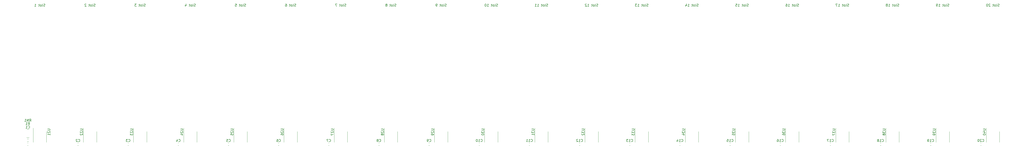
<source format=gbr>
%TF.GenerationSoftware,KiCad,Pcbnew,5.99.0+really5.1.10+dfsg1-1*%
%TF.CreationDate,2021-12-05T23:32:40+01:00*%
%TF.ProjectId,Backplane,4261636b-706c-4616-9e65-2e6b69636164,rev?*%
%TF.SameCoordinates,Original*%
%TF.FileFunction,Legend,Bot*%
%TF.FilePolarity,Positive*%
%FSLAX46Y46*%
G04 Gerber Fmt 4.6, Leading zero omitted, Abs format (unit mm)*
G04 Created by KiCad (PCBNEW 5.99.0+really5.1.10+dfsg1-1) date 2021-12-05 23:32:40*
%MOMM*%
%LPD*%
G01*
G04 APERTURE LIST*
%ADD10C,0.150000*%
%ADD11C,0.120000*%
G04 APERTURE END LIST*
D10*
X55682857Y-66604761D02*
X55540000Y-66652380D01*
X55301904Y-66652380D01*
X55206666Y-66604761D01*
X55159047Y-66557142D01*
X55111428Y-66461904D01*
X55111428Y-66366666D01*
X55159047Y-66271428D01*
X55206666Y-66223809D01*
X55301904Y-66176190D01*
X55492380Y-66128571D01*
X55587619Y-66080952D01*
X55635238Y-66033333D01*
X55682857Y-65938095D01*
X55682857Y-65842857D01*
X55635238Y-65747619D01*
X55587619Y-65700000D01*
X55492380Y-65652380D01*
X55254285Y-65652380D01*
X55111428Y-65700000D01*
X54540000Y-66652380D02*
X54635238Y-66604761D01*
X54682857Y-66509523D01*
X54682857Y-65652380D01*
X54016190Y-66652380D02*
X54111428Y-66604761D01*
X54159047Y-66557142D01*
X54206666Y-66461904D01*
X54206666Y-66176190D01*
X54159047Y-66080952D01*
X54111428Y-66033333D01*
X54016190Y-65985714D01*
X53873333Y-65985714D01*
X53778095Y-66033333D01*
X53730476Y-66080952D01*
X53682857Y-66176190D01*
X53682857Y-66461904D01*
X53730476Y-66557142D01*
X53778095Y-66604761D01*
X53873333Y-66652380D01*
X54016190Y-66652380D01*
X53397142Y-65985714D02*
X53016190Y-65985714D01*
X53254285Y-65652380D02*
X53254285Y-66509523D01*
X53206666Y-66604761D01*
X53111428Y-66652380D01*
X53016190Y-66652380D01*
X51397142Y-66652380D02*
X51968571Y-66652380D01*
X51682857Y-66652380D02*
X51682857Y-65652380D01*
X51778095Y-65795238D01*
X51873333Y-65890476D01*
X51968571Y-65938095D01*
X76282857Y-66604761D02*
X76140000Y-66652380D01*
X75901904Y-66652380D01*
X75806666Y-66604761D01*
X75759047Y-66557142D01*
X75711428Y-66461904D01*
X75711428Y-66366666D01*
X75759047Y-66271428D01*
X75806666Y-66223809D01*
X75901904Y-66176190D01*
X76092380Y-66128571D01*
X76187619Y-66080952D01*
X76235238Y-66033333D01*
X76282857Y-65938095D01*
X76282857Y-65842857D01*
X76235238Y-65747619D01*
X76187619Y-65700000D01*
X76092380Y-65652380D01*
X75854285Y-65652380D01*
X75711428Y-65700000D01*
X75140000Y-66652380D02*
X75235238Y-66604761D01*
X75282857Y-66509523D01*
X75282857Y-65652380D01*
X74616190Y-66652380D02*
X74711428Y-66604761D01*
X74759047Y-66557142D01*
X74806666Y-66461904D01*
X74806666Y-66176190D01*
X74759047Y-66080952D01*
X74711428Y-66033333D01*
X74616190Y-65985714D01*
X74473333Y-65985714D01*
X74378095Y-66033333D01*
X74330476Y-66080952D01*
X74282857Y-66176190D01*
X74282857Y-66461904D01*
X74330476Y-66557142D01*
X74378095Y-66604761D01*
X74473333Y-66652380D01*
X74616190Y-66652380D01*
X73997142Y-65985714D02*
X73616190Y-65985714D01*
X73854285Y-65652380D02*
X73854285Y-66509523D01*
X73806666Y-66604761D01*
X73711428Y-66652380D01*
X73616190Y-66652380D01*
X72568571Y-65747619D02*
X72520952Y-65700000D01*
X72425714Y-65652380D01*
X72187619Y-65652380D01*
X72092380Y-65700000D01*
X72044761Y-65747619D01*
X71997142Y-65842857D01*
X71997142Y-65938095D01*
X72044761Y-66080952D01*
X72616190Y-66652380D01*
X71997142Y-66652380D01*
X96882857Y-66604761D02*
X96740000Y-66652380D01*
X96501904Y-66652380D01*
X96406666Y-66604761D01*
X96359047Y-66557142D01*
X96311428Y-66461904D01*
X96311428Y-66366666D01*
X96359047Y-66271428D01*
X96406666Y-66223809D01*
X96501904Y-66176190D01*
X96692380Y-66128571D01*
X96787619Y-66080952D01*
X96835238Y-66033333D01*
X96882857Y-65938095D01*
X96882857Y-65842857D01*
X96835238Y-65747619D01*
X96787619Y-65700000D01*
X96692380Y-65652380D01*
X96454285Y-65652380D01*
X96311428Y-65700000D01*
X95740000Y-66652380D02*
X95835238Y-66604761D01*
X95882857Y-66509523D01*
X95882857Y-65652380D01*
X95216190Y-66652380D02*
X95311428Y-66604761D01*
X95359047Y-66557142D01*
X95406666Y-66461904D01*
X95406666Y-66176190D01*
X95359047Y-66080952D01*
X95311428Y-66033333D01*
X95216190Y-65985714D01*
X95073333Y-65985714D01*
X94978095Y-66033333D01*
X94930476Y-66080952D01*
X94882857Y-66176190D01*
X94882857Y-66461904D01*
X94930476Y-66557142D01*
X94978095Y-66604761D01*
X95073333Y-66652380D01*
X95216190Y-66652380D01*
X94597142Y-65985714D02*
X94216190Y-65985714D01*
X94454285Y-65652380D02*
X94454285Y-66509523D01*
X94406666Y-66604761D01*
X94311428Y-66652380D01*
X94216190Y-66652380D01*
X93216190Y-65652380D02*
X92597142Y-65652380D01*
X92930476Y-66033333D01*
X92787619Y-66033333D01*
X92692380Y-66080952D01*
X92644761Y-66128571D01*
X92597142Y-66223809D01*
X92597142Y-66461904D01*
X92644761Y-66557142D01*
X92692380Y-66604761D01*
X92787619Y-66652380D01*
X93073333Y-66652380D01*
X93168571Y-66604761D01*
X93216190Y-66557142D01*
X117482857Y-66604761D02*
X117340000Y-66652380D01*
X117101904Y-66652380D01*
X117006666Y-66604761D01*
X116959047Y-66557142D01*
X116911428Y-66461904D01*
X116911428Y-66366666D01*
X116959047Y-66271428D01*
X117006666Y-66223809D01*
X117101904Y-66176190D01*
X117292380Y-66128571D01*
X117387619Y-66080952D01*
X117435238Y-66033333D01*
X117482857Y-65938095D01*
X117482857Y-65842857D01*
X117435238Y-65747619D01*
X117387619Y-65700000D01*
X117292380Y-65652380D01*
X117054285Y-65652380D01*
X116911428Y-65700000D01*
X116340000Y-66652380D02*
X116435238Y-66604761D01*
X116482857Y-66509523D01*
X116482857Y-65652380D01*
X115816190Y-66652380D02*
X115911428Y-66604761D01*
X115959047Y-66557142D01*
X116006666Y-66461904D01*
X116006666Y-66176190D01*
X115959047Y-66080952D01*
X115911428Y-66033333D01*
X115816190Y-65985714D01*
X115673333Y-65985714D01*
X115578095Y-66033333D01*
X115530476Y-66080952D01*
X115482857Y-66176190D01*
X115482857Y-66461904D01*
X115530476Y-66557142D01*
X115578095Y-66604761D01*
X115673333Y-66652380D01*
X115816190Y-66652380D01*
X115197142Y-65985714D02*
X114816190Y-65985714D01*
X115054285Y-65652380D02*
X115054285Y-66509523D01*
X115006666Y-66604761D01*
X114911428Y-66652380D01*
X114816190Y-66652380D01*
X113292380Y-65985714D02*
X113292380Y-66652380D01*
X113530476Y-65604761D02*
X113768571Y-66319047D01*
X113149523Y-66319047D01*
X138082857Y-66604761D02*
X137940000Y-66652380D01*
X137701904Y-66652380D01*
X137606666Y-66604761D01*
X137559047Y-66557142D01*
X137511428Y-66461904D01*
X137511428Y-66366666D01*
X137559047Y-66271428D01*
X137606666Y-66223809D01*
X137701904Y-66176190D01*
X137892380Y-66128571D01*
X137987619Y-66080952D01*
X138035238Y-66033333D01*
X138082857Y-65938095D01*
X138082857Y-65842857D01*
X138035238Y-65747619D01*
X137987619Y-65700000D01*
X137892380Y-65652380D01*
X137654285Y-65652380D01*
X137511428Y-65700000D01*
X136940000Y-66652380D02*
X137035238Y-66604761D01*
X137082857Y-66509523D01*
X137082857Y-65652380D01*
X136416190Y-66652380D02*
X136511428Y-66604761D01*
X136559047Y-66557142D01*
X136606666Y-66461904D01*
X136606666Y-66176190D01*
X136559047Y-66080952D01*
X136511428Y-66033333D01*
X136416190Y-65985714D01*
X136273333Y-65985714D01*
X136178095Y-66033333D01*
X136130476Y-66080952D01*
X136082857Y-66176190D01*
X136082857Y-66461904D01*
X136130476Y-66557142D01*
X136178095Y-66604761D01*
X136273333Y-66652380D01*
X136416190Y-66652380D01*
X135797142Y-65985714D02*
X135416190Y-65985714D01*
X135654285Y-65652380D02*
X135654285Y-66509523D01*
X135606666Y-66604761D01*
X135511428Y-66652380D01*
X135416190Y-66652380D01*
X133844761Y-65652380D02*
X134320952Y-65652380D01*
X134368571Y-66128571D01*
X134320952Y-66080952D01*
X134225714Y-66033333D01*
X133987619Y-66033333D01*
X133892380Y-66080952D01*
X133844761Y-66128571D01*
X133797142Y-66223809D01*
X133797142Y-66461904D01*
X133844761Y-66557142D01*
X133892380Y-66604761D01*
X133987619Y-66652380D01*
X134225714Y-66652380D01*
X134320952Y-66604761D01*
X134368571Y-66557142D01*
X158682857Y-66604761D02*
X158540000Y-66652380D01*
X158301904Y-66652380D01*
X158206666Y-66604761D01*
X158159047Y-66557142D01*
X158111428Y-66461904D01*
X158111428Y-66366666D01*
X158159047Y-66271428D01*
X158206666Y-66223809D01*
X158301904Y-66176190D01*
X158492380Y-66128571D01*
X158587619Y-66080952D01*
X158635238Y-66033333D01*
X158682857Y-65938095D01*
X158682857Y-65842857D01*
X158635238Y-65747619D01*
X158587619Y-65700000D01*
X158492380Y-65652380D01*
X158254285Y-65652380D01*
X158111428Y-65700000D01*
X157540000Y-66652380D02*
X157635238Y-66604761D01*
X157682857Y-66509523D01*
X157682857Y-65652380D01*
X157016190Y-66652380D02*
X157111428Y-66604761D01*
X157159047Y-66557142D01*
X157206666Y-66461904D01*
X157206666Y-66176190D01*
X157159047Y-66080952D01*
X157111428Y-66033333D01*
X157016190Y-65985714D01*
X156873333Y-65985714D01*
X156778095Y-66033333D01*
X156730476Y-66080952D01*
X156682857Y-66176190D01*
X156682857Y-66461904D01*
X156730476Y-66557142D01*
X156778095Y-66604761D01*
X156873333Y-66652380D01*
X157016190Y-66652380D01*
X156397142Y-65985714D02*
X156016190Y-65985714D01*
X156254285Y-65652380D02*
X156254285Y-66509523D01*
X156206666Y-66604761D01*
X156111428Y-66652380D01*
X156016190Y-66652380D01*
X154492380Y-65652380D02*
X154682857Y-65652380D01*
X154778095Y-65700000D01*
X154825714Y-65747619D01*
X154920952Y-65890476D01*
X154968571Y-66080952D01*
X154968571Y-66461904D01*
X154920952Y-66557142D01*
X154873333Y-66604761D01*
X154778095Y-66652380D01*
X154587619Y-66652380D01*
X154492380Y-66604761D01*
X154444761Y-66557142D01*
X154397142Y-66461904D01*
X154397142Y-66223809D01*
X154444761Y-66128571D01*
X154492380Y-66080952D01*
X154587619Y-66033333D01*
X154778095Y-66033333D01*
X154873333Y-66080952D01*
X154920952Y-66128571D01*
X154968571Y-66223809D01*
X179282857Y-66604761D02*
X179140000Y-66652380D01*
X178901904Y-66652380D01*
X178806666Y-66604761D01*
X178759047Y-66557142D01*
X178711428Y-66461904D01*
X178711428Y-66366666D01*
X178759047Y-66271428D01*
X178806666Y-66223809D01*
X178901904Y-66176190D01*
X179092380Y-66128571D01*
X179187619Y-66080952D01*
X179235238Y-66033333D01*
X179282857Y-65938095D01*
X179282857Y-65842857D01*
X179235238Y-65747619D01*
X179187619Y-65700000D01*
X179092380Y-65652380D01*
X178854285Y-65652380D01*
X178711428Y-65700000D01*
X178140000Y-66652380D02*
X178235238Y-66604761D01*
X178282857Y-66509523D01*
X178282857Y-65652380D01*
X177616190Y-66652380D02*
X177711428Y-66604761D01*
X177759047Y-66557142D01*
X177806666Y-66461904D01*
X177806666Y-66176190D01*
X177759047Y-66080952D01*
X177711428Y-66033333D01*
X177616190Y-65985714D01*
X177473333Y-65985714D01*
X177378095Y-66033333D01*
X177330476Y-66080952D01*
X177282857Y-66176190D01*
X177282857Y-66461904D01*
X177330476Y-66557142D01*
X177378095Y-66604761D01*
X177473333Y-66652380D01*
X177616190Y-66652380D01*
X176997142Y-65985714D02*
X176616190Y-65985714D01*
X176854285Y-65652380D02*
X176854285Y-66509523D01*
X176806666Y-66604761D01*
X176711428Y-66652380D01*
X176616190Y-66652380D01*
X175616190Y-65652380D02*
X174949523Y-65652380D01*
X175378095Y-66652380D01*
X199882857Y-66604761D02*
X199740000Y-66652380D01*
X199501904Y-66652380D01*
X199406666Y-66604761D01*
X199359047Y-66557142D01*
X199311428Y-66461904D01*
X199311428Y-66366666D01*
X199359047Y-66271428D01*
X199406666Y-66223809D01*
X199501904Y-66176190D01*
X199692380Y-66128571D01*
X199787619Y-66080952D01*
X199835238Y-66033333D01*
X199882857Y-65938095D01*
X199882857Y-65842857D01*
X199835238Y-65747619D01*
X199787619Y-65700000D01*
X199692380Y-65652380D01*
X199454285Y-65652380D01*
X199311428Y-65700000D01*
X198740000Y-66652380D02*
X198835238Y-66604761D01*
X198882857Y-66509523D01*
X198882857Y-65652380D01*
X198216190Y-66652380D02*
X198311428Y-66604761D01*
X198359047Y-66557142D01*
X198406666Y-66461904D01*
X198406666Y-66176190D01*
X198359047Y-66080952D01*
X198311428Y-66033333D01*
X198216190Y-65985714D01*
X198073333Y-65985714D01*
X197978095Y-66033333D01*
X197930476Y-66080952D01*
X197882857Y-66176190D01*
X197882857Y-66461904D01*
X197930476Y-66557142D01*
X197978095Y-66604761D01*
X198073333Y-66652380D01*
X198216190Y-66652380D01*
X197597142Y-65985714D02*
X197216190Y-65985714D01*
X197454285Y-65652380D02*
X197454285Y-66509523D01*
X197406666Y-66604761D01*
X197311428Y-66652380D01*
X197216190Y-66652380D01*
X195978095Y-66080952D02*
X196073333Y-66033333D01*
X196120952Y-65985714D01*
X196168571Y-65890476D01*
X196168571Y-65842857D01*
X196120952Y-65747619D01*
X196073333Y-65700000D01*
X195978095Y-65652380D01*
X195787619Y-65652380D01*
X195692380Y-65700000D01*
X195644761Y-65747619D01*
X195597142Y-65842857D01*
X195597142Y-65890476D01*
X195644761Y-65985714D01*
X195692380Y-66033333D01*
X195787619Y-66080952D01*
X195978095Y-66080952D01*
X196073333Y-66128571D01*
X196120952Y-66176190D01*
X196168571Y-66271428D01*
X196168571Y-66461904D01*
X196120952Y-66557142D01*
X196073333Y-66604761D01*
X195978095Y-66652380D01*
X195787619Y-66652380D01*
X195692380Y-66604761D01*
X195644761Y-66557142D01*
X195597142Y-66461904D01*
X195597142Y-66271428D01*
X195644761Y-66176190D01*
X195692380Y-66128571D01*
X195787619Y-66080952D01*
X220482857Y-66604761D02*
X220340000Y-66652380D01*
X220101904Y-66652380D01*
X220006666Y-66604761D01*
X219959047Y-66557142D01*
X219911428Y-66461904D01*
X219911428Y-66366666D01*
X219959047Y-66271428D01*
X220006666Y-66223809D01*
X220101904Y-66176190D01*
X220292380Y-66128571D01*
X220387619Y-66080952D01*
X220435238Y-66033333D01*
X220482857Y-65938095D01*
X220482857Y-65842857D01*
X220435238Y-65747619D01*
X220387619Y-65700000D01*
X220292380Y-65652380D01*
X220054285Y-65652380D01*
X219911428Y-65700000D01*
X219340000Y-66652380D02*
X219435238Y-66604761D01*
X219482857Y-66509523D01*
X219482857Y-65652380D01*
X218816190Y-66652380D02*
X218911428Y-66604761D01*
X218959047Y-66557142D01*
X219006666Y-66461904D01*
X219006666Y-66176190D01*
X218959047Y-66080952D01*
X218911428Y-66033333D01*
X218816190Y-65985714D01*
X218673333Y-65985714D01*
X218578095Y-66033333D01*
X218530476Y-66080952D01*
X218482857Y-66176190D01*
X218482857Y-66461904D01*
X218530476Y-66557142D01*
X218578095Y-66604761D01*
X218673333Y-66652380D01*
X218816190Y-66652380D01*
X218197142Y-65985714D02*
X217816190Y-65985714D01*
X218054285Y-65652380D02*
X218054285Y-66509523D01*
X218006666Y-66604761D01*
X217911428Y-66652380D01*
X217816190Y-66652380D01*
X216673333Y-66652380D02*
X216482857Y-66652380D01*
X216387619Y-66604761D01*
X216340000Y-66557142D01*
X216244761Y-66414285D01*
X216197142Y-66223809D01*
X216197142Y-65842857D01*
X216244761Y-65747619D01*
X216292380Y-65700000D01*
X216387619Y-65652380D01*
X216578095Y-65652380D01*
X216673333Y-65700000D01*
X216720952Y-65747619D01*
X216768571Y-65842857D01*
X216768571Y-66080952D01*
X216720952Y-66176190D01*
X216673333Y-66223809D01*
X216578095Y-66271428D01*
X216387619Y-66271428D01*
X216292380Y-66223809D01*
X216244761Y-66176190D01*
X216197142Y-66080952D01*
X241559047Y-66604761D02*
X241416190Y-66652380D01*
X241178095Y-66652380D01*
X241082857Y-66604761D01*
X241035238Y-66557142D01*
X240987619Y-66461904D01*
X240987619Y-66366666D01*
X241035238Y-66271428D01*
X241082857Y-66223809D01*
X241178095Y-66176190D01*
X241368571Y-66128571D01*
X241463809Y-66080952D01*
X241511428Y-66033333D01*
X241559047Y-65938095D01*
X241559047Y-65842857D01*
X241511428Y-65747619D01*
X241463809Y-65700000D01*
X241368571Y-65652380D01*
X241130476Y-65652380D01*
X240987619Y-65700000D01*
X240416190Y-66652380D02*
X240511428Y-66604761D01*
X240559047Y-66509523D01*
X240559047Y-65652380D01*
X239892380Y-66652380D02*
X239987619Y-66604761D01*
X240035238Y-66557142D01*
X240082857Y-66461904D01*
X240082857Y-66176190D01*
X240035238Y-66080952D01*
X239987619Y-66033333D01*
X239892380Y-65985714D01*
X239749523Y-65985714D01*
X239654285Y-66033333D01*
X239606666Y-66080952D01*
X239559047Y-66176190D01*
X239559047Y-66461904D01*
X239606666Y-66557142D01*
X239654285Y-66604761D01*
X239749523Y-66652380D01*
X239892380Y-66652380D01*
X239273333Y-65985714D02*
X238892380Y-65985714D01*
X239130476Y-65652380D02*
X239130476Y-66509523D01*
X239082857Y-66604761D01*
X238987619Y-66652380D01*
X238892380Y-66652380D01*
X237273333Y-66652380D02*
X237844761Y-66652380D01*
X237559047Y-66652380D02*
X237559047Y-65652380D01*
X237654285Y-65795238D01*
X237749523Y-65890476D01*
X237844761Y-65938095D01*
X236654285Y-65652380D02*
X236559047Y-65652380D01*
X236463809Y-65700000D01*
X236416190Y-65747619D01*
X236368571Y-65842857D01*
X236320952Y-66033333D01*
X236320952Y-66271428D01*
X236368571Y-66461904D01*
X236416190Y-66557142D01*
X236463809Y-66604761D01*
X236559047Y-66652380D01*
X236654285Y-66652380D01*
X236749523Y-66604761D01*
X236797142Y-66557142D01*
X236844761Y-66461904D01*
X236892380Y-66271428D01*
X236892380Y-66033333D01*
X236844761Y-65842857D01*
X236797142Y-65747619D01*
X236749523Y-65700000D01*
X236654285Y-65652380D01*
X262159047Y-66604761D02*
X262016190Y-66652380D01*
X261778095Y-66652380D01*
X261682857Y-66604761D01*
X261635238Y-66557142D01*
X261587619Y-66461904D01*
X261587619Y-66366666D01*
X261635238Y-66271428D01*
X261682857Y-66223809D01*
X261778095Y-66176190D01*
X261968571Y-66128571D01*
X262063809Y-66080952D01*
X262111428Y-66033333D01*
X262159047Y-65938095D01*
X262159047Y-65842857D01*
X262111428Y-65747619D01*
X262063809Y-65700000D01*
X261968571Y-65652380D01*
X261730476Y-65652380D01*
X261587619Y-65700000D01*
X261016190Y-66652380D02*
X261111428Y-66604761D01*
X261159047Y-66509523D01*
X261159047Y-65652380D01*
X260492380Y-66652380D02*
X260587619Y-66604761D01*
X260635238Y-66557142D01*
X260682857Y-66461904D01*
X260682857Y-66176190D01*
X260635238Y-66080952D01*
X260587619Y-66033333D01*
X260492380Y-65985714D01*
X260349523Y-65985714D01*
X260254285Y-66033333D01*
X260206666Y-66080952D01*
X260159047Y-66176190D01*
X260159047Y-66461904D01*
X260206666Y-66557142D01*
X260254285Y-66604761D01*
X260349523Y-66652380D01*
X260492380Y-66652380D01*
X259873333Y-65985714D02*
X259492380Y-65985714D01*
X259730476Y-65652380D02*
X259730476Y-66509523D01*
X259682857Y-66604761D01*
X259587619Y-66652380D01*
X259492380Y-66652380D01*
X257873333Y-66652380D02*
X258444761Y-66652380D01*
X258159047Y-66652380D02*
X258159047Y-65652380D01*
X258254285Y-65795238D01*
X258349523Y-65890476D01*
X258444761Y-65938095D01*
X256920952Y-66652380D02*
X257492380Y-66652380D01*
X257206666Y-66652380D02*
X257206666Y-65652380D01*
X257301904Y-65795238D01*
X257397142Y-65890476D01*
X257492380Y-65938095D01*
X282759047Y-66604761D02*
X282616190Y-66652380D01*
X282378095Y-66652380D01*
X282282857Y-66604761D01*
X282235238Y-66557142D01*
X282187619Y-66461904D01*
X282187619Y-66366666D01*
X282235238Y-66271428D01*
X282282857Y-66223809D01*
X282378095Y-66176190D01*
X282568571Y-66128571D01*
X282663809Y-66080952D01*
X282711428Y-66033333D01*
X282759047Y-65938095D01*
X282759047Y-65842857D01*
X282711428Y-65747619D01*
X282663809Y-65700000D01*
X282568571Y-65652380D01*
X282330476Y-65652380D01*
X282187619Y-65700000D01*
X281616190Y-66652380D02*
X281711428Y-66604761D01*
X281759047Y-66509523D01*
X281759047Y-65652380D01*
X281092380Y-66652380D02*
X281187619Y-66604761D01*
X281235238Y-66557142D01*
X281282857Y-66461904D01*
X281282857Y-66176190D01*
X281235238Y-66080952D01*
X281187619Y-66033333D01*
X281092380Y-65985714D01*
X280949523Y-65985714D01*
X280854285Y-66033333D01*
X280806666Y-66080952D01*
X280759047Y-66176190D01*
X280759047Y-66461904D01*
X280806666Y-66557142D01*
X280854285Y-66604761D01*
X280949523Y-66652380D01*
X281092380Y-66652380D01*
X280473333Y-65985714D02*
X280092380Y-65985714D01*
X280330476Y-65652380D02*
X280330476Y-66509523D01*
X280282857Y-66604761D01*
X280187619Y-66652380D01*
X280092380Y-66652380D01*
X278473333Y-66652380D02*
X279044761Y-66652380D01*
X278759047Y-66652380D02*
X278759047Y-65652380D01*
X278854285Y-65795238D01*
X278949523Y-65890476D01*
X279044761Y-65938095D01*
X278092380Y-65747619D02*
X278044761Y-65700000D01*
X277949523Y-65652380D01*
X277711428Y-65652380D01*
X277616190Y-65700000D01*
X277568571Y-65747619D01*
X277520952Y-65842857D01*
X277520952Y-65938095D01*
X277568571Y-66080952D01*
X278140000Y-66652380D01*
X277520952Y-66652380D01*
X303359047Y-66604761D02*
X303216190Y-66652380D01*
X302978095Y-66652380D01*
X302882857Y-66604761D01*
X302835238Y-66557142D01*
X302787619Y-66461904D01*
X302787619Y-66366666D01*
X302835238Y-66271428D01*
X302882857Y-66223809D01*
X302978095Y-66176190D01*
X303168571Y-66128571D01*
X303263809Y-66080952D01*
X303311428Y-66033333D01*
X303359047Y-65938095D01*
X303359047Y-65842857D01*
X303311428Y-65747619D01*
X303263809Y-65700000D01*
X303168571Y-65652380D01*
X302930476Y-65652380D01*
X302787619Y-65700000D01*
X302216190Y-66652380D02*
X302311428Y-66604761D01*
X302359047Y-66509523D01*
X302359047Y-65652380D01*
X301692380Y-66652380D02*
X301787619Y-66604761D01*
X301835238Y-66557142D01*
X301882857Y-66461904D01*
X301882857Y-66176190D01*
X301835238Y-66080952D01*
X301787619Y-66033333D01*
X301692380Y-65985714D01*
X301549523Y-65985714D01*
X301454285Y-66033333D01*
X301406666Y-66080952D01*
X301359047Y-66176190D01*
X301359047Y-66461904D01*
X301406666Y-66557142D01*
X301454285Y-66604761D01*
X301549523Y-66652380D01*
X301692380Y-66652380D01*
X301073333Y-65985714D02*
X300692380Y-65985714D01*
X300930476Y-65652380D02*
X300930476Y-66509523D01*
X300882857Y-66604761D01*
X300787619Y-66652380D01*
X300692380Y-66652380D01*
X299073333Y-66652380D02*
X299644761Y-66652380D01*
X299359047Y-66652380D02*
X299359047Y-65652380D01*
X299454285Y-65795238D01*
X299549523Y-65890476D01*
X299644761Y-65938095D01*
X298740000Y-65652380D02*
X298120952Y-65652380D01*
X298454285Y-66033333D01*
X298311428Y-66033333D01*
X298216190Y-66080952D01*
X298168571Y-66128571D01*
X298120952Y-66223809D01*
X298120952Y-66461904D01*
X298168571Y-66557142D01*
X298216190Y-66604761D01*
X298311428Y-66652380D01*
X298597142Y-66652380D01*
X298692380Y-66604761D01*
X298740000Y-66557142D01*
X323959047Y-66604761D02*
X323816190Y-66652380D01*
X323578095Y-66652380D01*
X323482857Y-66604761D01*
X323435238Y-66557142D01*
X323387619Y-66461904D01*
X323387619Y-66366666D01*
X323435238Y-66271428D01*
X323482857Y-66223809D01*
X323578095Y-66176190D01*
X323768571Y-66128571D01*
X323863809Y-66080952D01*
X323911428Y-66033333D01*
X323959047Y-65938095D01*
X323959047Y-65842857D01*
X323911428Y-65747619D01*
X323863809Y-65700000D01*
X323768571Y-65652380D01*
X323530476Y-65652380D01*
X323387619Y-65700000D01*
X322816190Y-66652380D02*
X322911428Y-66604761D01*
X322959047Y-66509523D01*
X322959047Y-65652380D01*
X322292380Y-66652380D02*
X322387619Y-66604761D01*
X322435238Y-66557142D01*
X322482857Y-66461904D01*
X322482857Y-66176190D01*
X322435238Y-66080952D01*
X322387619Y-66033333D01*
X322292380Y-65985714D01*
X322149523Y-65985714D01*
X322054285Y-66033333D01*
X322006666Y-66080952D01*
X321959047Y-66176190D01*
X321959047Y-66461904D01*
X322006666Y-66557142D01*
X322054285Y-66604761D01*
X322149523Y-66652380D01*
X322292380Y-66652380D01*
X321673333Y-65985714D02*
X321292380Y-65985714D01*
X321530476Y-65652380D02*
X321530476Y-66509523D01*
X321482857Y-66604761D01*
X321387619Y-66652380D01*
X321292380Y-66652380D01*
X319673333Y-66652380D02*
X320244761Y-66652380D01*
X319959047Y-66652380D02*
X319959047Y-65652380D01*
X320054285Y-65795238D01*
X320149523Y-65890476D01*
X320244761Y-65938095D01*
X318816190Y-65985714D02*
X318816190Y-66652380D01*
X319054285Y-65604761D02*
X319292380Y-66319047D01*
X318673333Y-66319047D01*
X344559047Y-66604761D02*
X344416190Y-66652380D01*
X344178095Y-66652380D01*
X344082857Y-66604761D01*
X344035238Y-66557142D01*
X343987619Y-66461904D01*
X343987619Y-66366666D01*
X344035238Y-66271428D01*
X344082857Y-66223809D01*
X344178095Y-66176190D01*
X344368571Y-66128571D01*
X344463809Y-66080952D01*
X344511428Y-66033333D01*
X344559047Y-65938095D01*
X344559047Y-65842857D01*
X344511428Y-65747619D01*
X344463809Y-65700000D01*
X344368571Y-65652380D01*
X344130476Y-65652380D01*
X343987619Y-65700000D01*
X343416190Y-66652380D02*
X343511428Y-66604761D01*
X343559047Y-66509523D01*
X343559047Y-65652380D01*
X342892380Y-66652380D02*
X342987619Y-66604761D01*
X343035238Y-66557142D01*
X343082857Y-66461904D01*
X343082857Y-66176190D01*
X343035238Y-66080952D01*
X342987619Y-66033333D01*
X342892380Y-65985714D01*
X342749523Y-65985714D01*
X342654285Y-66033333D01*
X342606666Y-66080952D01*
X342559047Y-66176190D01*
X342559047Y-66461904D01*
X342606666Y-66557142D01*
X342654285Y-66604761D01*
X342749523Y-66652380D01*
X342892380Y-66652380D01*
X342273333Y-65985714D02*
X341892380Y-65985714D01*
X342130476Y-65652380D02*
X342130476Y-66509523D01*
X342082857Y-66604761D01*
X341987619Y-66652380D01*
X341892380Y-66652380D01*
X340273333Y-66652380D02*
X340844761Y-66652380D01*
X340559047Y-66652380D02*
X340559047Y-65652380D01*
X340654285Y-65795238D01*
X340749523Y-65890476D01*
X340844761Y-65938095D01*
X339368571Y-65652380D02*
X339844761Y-65652380D01*
X339892380Y-66128571D01*
X339844761Y-66080952D01*
X339749523Y-66033333D01*
X339511428Y-66033333D01*
X339416190Y-66080952D01*
X339368571Y-66128571D01*
X339320952Y-66223809D01*
X339320952Y-66461904D01*
X339368571Y-66557142D01*
X339416190Y-66604761D01*
X339511428Y-66652380D01*
X339749523Y-66652380D01*
X339844761Y-66604761D01*
X339892380Y-66557142D01*
X365159047Y-66604761D02*
X365016190Y-66652380D01*
X364778095Y-66652380D01*
X364682857Y-66604761D01*
X364635238Y-66557142D01*
X364587619Y-66461904D01*
X364587619Y-66366666D01*
X364635238Y-66271428D01*
X364682857Y-66223809D01*
X364778095Y-66176190D01*
X364968571Y-66128571D01*
X365063809Y-66080952D01*
X365111428Y-66033333D01*
X365159047Y-65938095D01*
X365159047Y-65842857D01*
X365111428Y-65747619D01*
X365063809Y-65700000D01*
X364968571Y-65652380D01*
X364730476Y-65652380D01*
X364587619Y-65700000D01*
X364016190Y-66652380D02*
X364111428Y-66604761D01*
X364159047Y-66509523D01*
X364159047Y-65652380D01*
X363492380Y-66652380D02*
X363587619Y-66604761D01*
X363635238Y-66557142D01*
X363682857Y-66461904D01*
X363682857Y-66176190D01*
X363635238Y-66080952D01*
X363587619Y-66033333D01*
X363492380Y-65985714D01*
X363349523Y-65985714D01*
X363254285Y-66033333D01*
X363206666Y-66080952D01*
X363159047Y-66176190D01*
X363159047Y-66461904D01*
X363206666Y-66557142D01*
X363254285Y-66604761D01*
X363349523Y-66652380D01*
X363492380Y-66652380D01*
X362873333Y-65985714D02*
X362492380Y-65985714D01*
X362730476Y-65652380D02*
X362730476Y-66509523D01*
X362682857Y-66604761D01*
X362587619Y-66652380D01*
X362492380Y-66652380D01*
X360873333Y-66652380D02*
X361444761Y-66652380D01*
X361159047Y-66652380D02*
X361159047Y-65652380D01*
X361254285Y-65795238D01*
X361349523Y-65890476D01*
X361444761Y-65938095D01*
X360016190Y-65652380D02*
X360206666Y-65652380D01*
X360301904Y-65700000D01*
X360349523Y-65747619D01*
X360444761Y-65890476D01*
X360492380Y-66080952D01*
X360492380Y-66461904D01*
X360444761Y-66557142D01*
X360397142Y-66604761D01*
X360301904Y-66652380D01*
X360111428Y-66652380D01*
X360016190Y-66604761D01*
X359968571Y-66557142D01*
X359920952Y-66461904D01*
X359920952Y-66223809D01*
X359968571Y-66128571D01*
X360016190Y-66080952D01*
X360111428Y-66033333D01*
X360301904Y-66033333D01*
X360397142Y-66080952D01*
X360444761Y-66128571D01*
X360492380Y-66223809D01*
X385759047Y-66604761D02*
X385616190Y-66652380D01*
X385378095Y-66652380D01*
X385282857Y-66604761D01*
X385235238Y-66557142D01*
X385187619Y-66461904D01*
X385187619Y-66366666D01*
X385235238Y-66271428D01*
X385282857Y-66223809D01*
X385378095Y-66176190D01*
X385568571Y-66128571D01*
X385663809Y-66080952D01*
X385711428Y-66033333D01*
X385759047Y-65938095D01*
X385759047Y-65842857D01*
X385711428Y-65747619D01*
X385663809Y-65700000D01*
X385568571Y-65652380D01*
X385330476Y-65652380D01*
X385187619Y-65700000D01*
X384616190Y-66652380D02*
X384711428Y-66604761D01*
X384759047Y-66509523D01*
X384759047Y-65652380D01*
X384092380Y-66652380D02*
X384187619Y-66604761D01*
X384235238Y-66557142D01*
X384282857Y-66461904D01*
X384282857Y-66176190D01*
X384235238Y-66080952D01*
X384187619Y-66033333D01*
X384092380Y-65985714D01*
X383949523Y-65985714D01*
X383854285Y-66033333D01*
X383806666Y-66080952D01*
X383759047Y-66176190D01*
X383759047Y-66461904D01*
X383806666Y-66557142D01*
X383854285Y-66604761D01*
X383949523Y-66652380D01*
X384092380Y-66652380D01*
X383473333Y-65985714D02*
X383092380Y-65985714D01*
X383330476Y-65652380D02*
X383330476Y-66509523D01*
X383282857Y-66604761D01*
X383187619Y-66652380D01*
X383092380Y-66652380D01*
X381473333Y-66652380D02*
X382044761Y-66652380D01*
X381759047Y-66652380D02*
X381759047Y-65652380D01*
X381854285Y-65795238D01*
X381949523Y-65890476D01*
X382044761Y-65938095D01*
X381140000Y-65652380D02*
X380473333Y-65652380D01*
X380901904Y-66652380D01*
X406359047Y-66604761D02*
X406216190Y-66652380D01*
X405978095Y-66652380D01*
X405882857Y-66604761D01*
X405835238Y-66557142D01*
X405787619Y-66461904D01*
X405787619Y-66366666D01*
X405835238Y-66271428D01*
X405882857Y-66223809D01*
X405978095Y-66176190D01*
X406168571Y-66128571D01*
X406263809Y-66080952D01*
X406311428Y-66033333D01*
X406359047Y-65938095D01*
X406359047Y-65842857D01*
X406311428Y-65747619D01*
X406263809Y-65700000D01*
X406168571Y-65652380D01*
X405930476Y-65652380D01*
X405787619Y-65700000D01*
X405216190Y-66652380D02*
X405311428Y-66604761D01*
X405359047Y-66509523D01*
X405359047Y-65652380D01*
X404692380Y-66652380D02*
X404787619Y-66604761D01*
X404835238Y-66557142D01*
X404882857Y-66461904D01*
X404882857Y-66176190D01*
X404835238Y-66080952D01*
X404787619Y-66033333D01*
X404692380Y-65985714D01*
X404549523Y-65985714D01*
X404454285Y-66033333D01*
X404406666Y-66080952D01*
X404359047Y-66176190D01*
X404359047Y-66461904D01*
X404406666Y-66557142D01*
X404454285Y-66604761D01*
X404549523Y-66652380D01*
X404692380Y-66652380D01*
X404073333Y-65985714D02*
X403692380Y-65985714D01*
X403930476Y-65652380D02*
X403930476Y-66509523D01*
X403882857Y-66604761D01*
X403787619Y-66652380D01*
X403692380Y-66652380D01*
X402073333Y-66652380D02*
X402644761Y-66652380D01*
X402359047Y-66652380D02*
X402359047Y-65652380D01*
X402454285Y-65795238D01*
X402549523Y-65890476D01*
X402644761Y-65938095D01*
X401501904Y-66080952D02*
X401597142Y-66033333D01*
X401644761Y-65985714D01*
X401692380Y-65890476D01*
X401692380Y-65842857D01*
X401644761Y-65747619D01*
X401597142Y-65700000D01*
X401501904Y-65652380D01*
X401311428Y-65652380D01*
X401216190Y-65700000D01*
X401168571Y-65747619D01*
X401120952Y-65842857D01*
X401120952Y-65890476D01*
X401168571Y-65985714D01*
X401216190Y-66033333D01*
X401311428Y-66080952D01*
X401501904Y-66080952D01*
X401597142Y-66128571D01*
X401644761Y-66176190D01*
X401692380Y-66271428D01*
X401692380Y-66461904D01*
X401644761Y-66557142D01*
X401597142Y-66604761D01*
X401501904Y-66652380D01*
X401311428Y-66652380D01*
X401216190Y-66604761D01*
X401168571Y-66557142D01*
X401120952Y-66461904D01*
X401120952Y-66271428D01*
X401168571Y-66176190D01*
X401216190Y-66128571D01*
X401311428Y-66080952D01*
X426959047Y-66604761D02*
X426816190Y-66652380D01*
X426578095Y-66652380D01*
X426482857Y-66604761D01*
X426435238Y-66557142D01*
X426387619Y-66461904D01*
X426387619Y-66366666D01*
X426435238Y-66271428D01*
X426482857Y-66223809D01*
X426578095Y-66176190D01*
X426768571Y-66128571D01*
X426863809Y-66080952D01*
X426911428Y-66033333D01*
X426959047Y-65938095D01*
X426959047Y-65842857D01*
X426911428Y-65747619D01*
X426863809Y-65700000D01*
X426768571Y-65652380D01*
X426530476Y-65652380D01*
X426387619Y-65700000D01*
X425816190Y-66652380D02*
X425911428Y-66604761D01*
X425959047Y-66509523D01*
X425959047Y-65652380D01*
X425292380Y-66652380D02*
X425387619Y-66604761D01*
X425435238Y-66557142D01*
X425482857Y-66461904D01*
X425482857Y-66176190D01*
X425435238Y-66080952D01*
X425387619Y-66033333D01*
X425292380Y-65985714D01*
X425149523Y-65985714D01*
X425054285Y-66033333D01*
X425006666Y-66080952D01*
X424959047Y-66176190D01*
X424959047Y-66461904D01*
X425006666Y-66557142D01*
X425054285Y-66604761D01*
X425149523Y-66652380D01*
X425292380Y-66652380D01*
X424673333Y-65985714D02*
X424292380Y-65985714D01*
X424530476Y-65652380D02*
X424530476Y-66509523D01*
X424482857Y-66604761D01*
X424387619Y-66652380D01*
X424292380Y-66652380D01*
X422673333Y-66652380D02*
X423244761Y-66652380D01*
X422959047Y-66652380D02*
X422959047Y-65652380D01*
X423054285Y-65795238D01*
X423149523Y-65890476D01*
X423244761Y-65938095D01*
X422197142Y-66652380D02*
X422006666Y-66652380D01*
X421911428Y-66604761D01*
X421863809Y-66557142D01*
X421768571Y-66414285D01*
X421720952Y-66223809D01*
X421720952Y-65842857D01*
X421768571Y-65747619D01*
X421816190Y-65700000D01*
X421911428Y-65652380D01*
X422101904Y-65652380D01*
X422197142Y-65700000D01*
X422244761Y-65747619D01*
X422292380Y-65842857D01*
X422292380Y-66080952D01*
X422244761Y-66176190D01*
X422197142Y-66223809D01*
X422101904Y-66271428D01*
X421911428Y-66271428D01*
X421816190Y-66223809D01*
X421768571Y-66176190D01*
X421720952Y-66080952D01*
X447559047Y-66604761D02*
X447416190Y-66652380D01*
X447178095Y-66652380D01*
X447082857Y-66604761D01*
X447035238Y-66557142D01*
X446987619Y-66461904D01*
X446987619Y-66366666D01*
X447035238Y-66271428D01*
X447082857Y-66223809D01*
X447178095Y-66176190D01*
X447368571Y-66128571D01*
X447463809Y-66080952D01*
X447511428Y-66033333D01*
X447559047Y-65938095D01*
X447559047Y-65842857D01*
X447511428Y-65747619D01*
X447463809Y-65700000D01*
X447368571Y-65652380D01*
X447130476Y-65652380D01*
X446987619Y-65700000D01*
X446416190Y-66652380D02*
X446511428Y-66604761D01*
X446559047Y-66509523D01*
X446559047Y-65652380D01*
X445892380Y-66652380D02*
X445987619Y-66604761D01*
X446035238Y-66557142D01*
X446082857Y-66461904D01*
X446082857Y-66176190D01*
X446035238Y-66080952D01*
X445987619Y-66033333D01*
X445892380Y-65985714D01*
X445749523Y-65985714D01*
X445654285Y-66033333D01*
X445606666Y-66080952D01*
X445559047Y-66176190D01*
X445559047Y-66461904D01*
X445606666Y-66557142D01*
X445654285Y-66604761D01*
X445749523Y-66652380D01*
X445892380Y-66652380D01*
X445273333Y-65985714D02*
X444892380Y-65985714D01*
X445130476Y-65652380D02*
X445130476Y-66509523D01*
X445082857Y-66604761D01*
X444987619Y-66652380D01*
X444892380Y-66652380D01*
X443844761Y-65747619D02*
X443797142Y-65700000D01*
X443701904Y-65652380D01*
X443463809Y-65652380D01*
X443368571Y-65700000D01*
X443320952Y-65747619D01*
X443273333Y-65842857D01*
X443273333Y-65938095D01*
X443320952Y-66080952D01*
X443892380Y-66652380D01*
X443273333Y-66652380D01*
X442654285Y-65652380D02*
X442559047Y-65652380D01*
X442463809Y-65700000D01*
X442416190Y-65747619D01*
X442368571Y-65842857D01*
X442320952Y-66033333D01*
X442320952Y-66271428D01*
X442368571Y-66461904D01*
X442416190Y-66557142D01*
X442463809Y-66604761D01*
X442559047Y-66652380D01*
X442654285Y-66652380D01*
X442749523Y-66604761D01*
X442797142Y-66557142D01*
X442844761Y-66461904D01*
X442892380Y-66271428D01*
X442892380Y-66033333D01*
X442844761Y-65842857D01*
X442797142Y-65747619D01*
X442749523Y-65700000D01*
X442654285Y-65652380D01*
D11*
%TO.C,U40*%
X447675000Y-120400000D02*
X447675000Y-122600000D01*
X447675000Y-120400000D02*
X447675000Y-118200000D01*
X442205000Y-120400000D02*
X442205000Y-122600000D01*
X442205000Y-120400000D02*
X442205000Y-116800000D01*
%TO.C,U39*%
X427075000Y-120400000D02*
X427075000Y-122600000D01*
X427075000Y-120400000D02*
X427075000Y-118200000D01*
X421605000Y-120400000D02*
X421605000Y-122600000D01*
X421605000Y-120400000D02*
X421605000Y-116800000D01*
%TO.C,U38*%
X406475000Y-120400000D02*
X406475000Y-122600000D01*
X406475000Y-120400000D02*
X406475000Y-118200000D01*
X401005000Y-120400000D02*
X401005000Y-122600000D01*
X401005000Y-120400000D02*
X401005000Y-116800000D01*
%TO.C,U37*%
X385875000Y-120400000D02*
X385875000Y-122600000D01*
X385875000Y-120400000D02*
X385875000Y-118200000D01*
X380405000Y-120400000D02*
X380405000Y-122600000D01*
X380405000Y-120400000D02*
X380405000Y-116800000D01*
%TO.C,U36*%
X365275000Y-120400000D02*
X365275000Y-122600000D01*
X365275000Y-120400000D02*
X365275000Y-118200000D01*
X359805000Y-120400000D02*
X359805000Y-122600000D01*
X359805000Y-120400000D02*
X359805000Y-116800000D01*
%TO.C,U35*%
X344675000Y-120400000D02*
X344675000Y-122600000D01*
X344675000Y-120400000D02*
X344675000Y-118200000D01*
X339205000Y-120400000D02*
X339205000Y-122600000D01*
X339205000Y-120400000D02*
X339205000Y-116800000D01*
%TO.C,U34*%
X324075000Y-120400000D02*
X324075000Y-122600000D01*
X324075000Y-120400000D02*
X324075000Y-118200000D01*
X318605000Y-120400000D02*
X318605000Y-122600000D01*
X318605000Y-120400000D02*
X318605000Y-116800000D01*
%TO.C,U33*%
X303475000Y-120400000D02*
X303475000Y-122600000D01*
X303475000Y-120400000D02*
X303475000Y-118200000D01*
X298005000Y-120400000D02*
X298005000Y-122600000D01*
X298005000Y-120400000D02*
X298005000Y-116800000D01*
%TO.C,U32*%
X282875000Y-120400000D02*
X282875000Y-122600000D01*
X282875000Y-120400000D02*
X282875000Y-118200000D01*
X277405000Y-120400000D02*
X277405000Y-122600000D01*
X277405000Y-120400000D02*
X277405000Y-116800000D01*
%TO.C,U31*%
X262275000Y-120400000D02*
X262275000Y-122600000D01*
X262275000Y-120400000D02*
X262275000Y-118200000D01*
X256805000Y-120400000D02*
X256805000Y-122600000D01*
X256805000Y-120400000D02*
X256805000Y-116800000D01*
%TO.C,U30*%
X241675000Y-120400000D02*
X241675000Y-122600000D01*
X241675000Y-120400000D02*
X241675000Y-118200000D01*
X236205000Y-120400000D02*
X236205000Y-122600000D01*
X236205000Y-120400000D02*
X236205000Y-116800000D01*
%TO.C,U29*%
X221075000Y-120400000D02*
X221075000Y-122600000D01*
X221075000Y-120400000D02*
X221075000Y-118200000D01*
X215605000Y-120400000D02*
X215605000Y-122600000D01*
X215605000Y-120400000D02*
X215605000Y-116800000D01*
%TO.C,U28*%
X200475000Y-120400000D02*
X200475000Y-122600000D01*
X200475000Y-120400000D02*
X200475000Y-118200000D01*
X195005000Y-120400000D02*
X195005000Y-122600000D01*
X195005000Y-120400000D02*
X195005000Y-116800000D01*
%TO.C,U27*%
X179875000Y-120400000D02*
X179875000Y-122600000D01*
X179875000Y-120400000D02*
X179875000Y-118200000D01*
X174405000Y-120400000D02*
X174405000Y-122600000D01*
X174405000Y-120400000D02*
X174405000Y-116800000D01*
%TO.C,U26*%
X159275000Y-120400000D02*
X159275000Y-122600000D01*
X159275000Y-120400000D02*
X159275000Y-118200000D01*
X153805000Y-120400000D02*
X153805000Y-122600000D01*
X153805000Y-120400000D02*
X153805000Y-116800000D01*
%TO.C,U25*%
X138675000Y-120400000D02*
X138675000Y-122600000D01*
X138675000Y-120400000D02*
X138675000Y-118200000D01*
X133205000Y-120400000D02*
X133205000Y-122600000D01*
X133205000Y-120400000D02*
X133205000Y-116800000D01*
%TO.C,U24*%
X112605000Y-120400000D02*
X112605000Y-116800000D01*
X112605000Y-120400000D02*
X112605000Y-122600000D01*
X118075000Y-120400000D02*
X118075000Y-118200000D01*
X118075000Y-120400000D02*
X118075000Y-122600000D01*
%TO.C,U23*%
X97475000Y-120400000D02*
X97475000Y-122600000D01*
X97475000Y-120400000D02*
X97475000Y-118200000D01*
X92005000Y-120400000D02*
X92005000Y-122600000D01*
X92005000Y-120400000D02*
X92005000Y-116800000D01*
%TO.C,U22*%
X76875000Y-120400000D02*
X76875000Y-122600000D01*
X76875000Y-120400000D02*
X76875000Y-118200000D01*
X71405000Y-120400000D02*
X71405000Y-122600000D01*
X71405000Y-120400000D02*
X71405000Y-116800000D01*
%TO.C,U21*%
X56275000Y-120400000D02*
X56275000Y-122600000D01*
X56275000Y-120400000D02*
X56275000Y-118200000D01*
X50805000Y-120400000D02*
X50805000Y-122600000D01*
X50805000Y-120400000D02*
X50805000Y-116800000D01*
%TO.C,RN1*%
X48100000Y-120680000D02*
X49100000Y-120680000D01*
X48100000Y-117320000D02*
X49100000Y-117320000D01*
%TO.C,R1*%
X48345276Y-122322500D02*
X48854724Y-122322500D01*
X48345276Y-121277500D02*
X48854724Y-121277500D01*
%TO.C,C20*%
X440146267Y-122890000D02*
X439853733Y-122890000D01*
X440146267Y-123910000D02*
X439853733Y-123910000D01*
%TO.C,C19*%
X419546267Y-122890000D02*
X419253733Y-122890000D01*
X419546267Y-123910000D02*
X419253733Y-123910000D01*
%TO.C,C18*%
X398946267Y-122890000D02*
X398653733Y-122890000D01*
X398946267Y-123910000D02*
X398653733Y-123910000D01*
%TO.C,C17*%
X378346267Y-122890000D02*
X378053733Y-122890000D01*
X378346267Y-123910000D02*
X378053733Y-123910000D01*
%TO.C,C16*%
X357746267Y-122890000D02*
X357453733Y-122890000D01*
X357746267Y-123910000D02*
X357453733Y-123910000D01*
%TO.C,C15*%
X337146267Y-122890000D02*
X336853733Y-122890000D01*
X337146267Y-123910000D02*
X336853733Y-123910000D01*
%TO.C,C14*%
X316546267Y-122890000D02*
X316253733Y-122890000D01*
X316546267Y-123910000D02*
X316253733Y-123910000D01*
%TO.C,C13*%
X295946267Y-122890000D02*
X295653733Y-122890000D01*
X295946267Y-123910000D02*
X295653733Y-123910000D01*
%TO.C,C12*%
X275346267Y-122890000D02*
X275053733Y-122890000D01*
X275346267Y-123910000D02*
X275053733Y-123910000D01*
%TO.C,C11*%
X254746267Y-122890000D02*
X254453733Y-122890000D01*
X254746267Y-123910000D02*
X254453733Y-123910000D01*
%TO.C,C10*%
X234146267Y-122890000D02*
X233853733Y-122890000D01*
X234146267Y-123910000D02*
X233853733Y-123910000D01*
%TO.C,C9*%
X213546267Y-122890000D02*
X213253733Y-122890000D01*
X213546267Y-123910000D02*
X213253733Y-123910000D01*
%TO.C,C8*%
X192946267Y-122890000D02*
X192653733Y-122890000D01*
X192946267Y-123910000D02*
X192653733Y-123910000D01*
%TO.C,C7*%
X172346267Y-122890000D02*
X172053733Y-122890000D01*
X172346267Y-123910000D02*
X172053733Y-123910000D01*
%TO.C,C6*%
X151746267Y-122890000D02*
X151453733Y-122890000D01*
X151746267Y-123910000D02*
X151453733Y-123910000D01*
%TO.C,C5*%
X131146267Y-122890000D02*
X130853733Y-122890000D01*
X131146267Y-123910000D02*
X130853733Y-123910000D01*
%TO.C,C4*%
X110546267Y-122890000D02*
X110253733Y-122890000D01*
X110546267Y-123910000D02*
X110253733Y-123910000D01*
%TO.C,C3*%
X89946267Y-122890000D02*
X89653733Y-122890000D01*
X89946267Y-123910000D02*
X89653733Y-123910000D01*
%TO.C,C2*%
X69346267Y-122890000D02*
X69053733Y-122890000D01*
X69346267Y-123910000D02*
X69053733Y-123910000D01*
%TO.C,C1*%
X48746267Y-122890000D02*
X48453733Y-122890000D01*
X48746267Y-123910000D02*
X48453733Y-123910000D01*
%TO.C,U40*%
D10*
X440942380Y-117161904D02*
X441751904Y-117161904D01*
X441847142Y-117209523D01*
X441894761Y-117257142D01*
X441942380Y-117352380D01*
X441942380Y-117542857D01*
X441894761Y-117638095D01*
X441847142Y-117685714D01*
X441751904Y-117733333D01*
X440942380Y-117733333D01*
X441275714Y-118638095D02*
X441942380Y-118638095D01*
X440894761Y-118400000D02*
X441609047Y-118161904D01*
X441609047Y-118780952D01*
X440942380Y-119352380D02*
X440942380Y-119447619D01*
X440990000Y-119542857D01*
X441037619Y-119590476D01*
X441132857Y-119638095D01*
X441323333Y-119685714D01*
X441561428Y-119685714D01*
X441751904Y-119638095D01*
X441847142Y-119590476D01*
X441894761Y-119542857D01*
X441942380Y-119447619D01*
X441942380Y-119352380D01*
X441894761Y-119257142D01*
X441847142Y-119209523D01*
X441751904Y-119161904D01*
X441561428Y-119114285D01*
X441323333Y-119114285D01*
X441132857Y-119161904D01*
X441037619Y-119209523D01*
X440990000Y-119257142D01*
X440942380Y-119352380D01*
%TO.C,U39*%
X420342380Y-117161904D02*
X421151904Y-117161904D01*
X421247142Y-117209523D01*
X421294761Y-117257142D01*
X421342380Y-117352380D01*
X421342380Y-117542857D01*
X421294761Y-117638095D01*
X421247142Y-117685714D01*
X421151904Y-117733333D01*
X420342380Y-117733333D01*
X420342380Y-118114285D02*
X420342380Y-118733333D01*
X420723333Y-118400000D01*
X420723333Y-118542857D01*
X420770952Y-118638095D01*
X420818571Y-118685714D01*
X420913809Y-118733333D01*
X421151904Y-118733333D01*
X421247142Y-118685714D01*
X421294761Y-118638095D01*
X421342380Y-118542857D01*
X421342380Y-118257142D01*
X421294761Y-118161904D01*
X421247142Y-118114285D01*
X421342380Y-119209523D02*
X421342380Y-119400000D01*
X421294761Y-119495238D01*
X421247142Y-119542857D01*
X421104285Y-119638095D01*
X420913809Y-119685714D01*
X420532857Y-119685714D01*
X420437619Y-119638095D01*
X420390000Y-119590476D01*
X420342380Y-119495238D01*
X420342380Y-119304761D01*
X420390000Y-119209523D01*
X420437619Y-119161904D01*
X420532857Y-119114285D01*
X420770952Y-119114285D01*
X420866190Y-119161904D01*
X420913809Y-119209523D01*
X420961428Y-119304761D01*
X420961428Y-119495238D01*
X420913809Y-119590476D01*
X420866190Y-119638095D01*
X420770952Y-119685714D01*
%TO.C,U38*%
X399742380Y-117161904D02*
X400551904Y-117161904D01*
X400647142Y-117209523D01*
X400694761Y-117257142D01*
X400742380Y-117352380D01*
X400742380Y-117542857D01*
X400694761Y-117638095D01*
X400647142Y-117685714D01*
X400551904Y-117733333D01*
X399742380Y-117733333D01*
X399742380Y-118114285D02*
X399742380Y-118733333D01*
X400123333Y-118400000D01*
X400123333Y-118542857D01*
X400170952Y-118638095D01*
X400218571Y-118685714D01*
X400313809Y-118733333D01*
X400551904Y-118733333D01*
X400647142Y-118685714D01*
X400694761Y-118638095D01*
X400742380Y-118542857D01*
X400742380Y-118257142D01*
X400694761Y-118161904D01*
X400647142Y-118114285D01*
X400170952Y-119304761D02*
X400123333Y-119209523D01*
X400075714Y-119161904D01*
X399980476Y-119114285D01*
X399932857Y-119114285D01*
X399837619Y-119161904D01*
X399790000Y-119209523D01*
X399742380Y-119304761D01*
X399742380Y-119495238D01*
X399790000Y-119590476D01*
X399837619Y-119638095D01*
X399932857Y-119685714D01*
X399980476Y-119685714D01*
X400075714Y-119638095D01*
X400123333Y-119590476D01*
X400170952Y-119495238D01*
X400170952Y-119304761D01*
X400218571Y-119209523D01*
X400266190Y-119161904D01*
X400361428Y-119114285D01*
X400551904Y-119114285D01*
X400647142Y-119161904D01*
X400694761Y-119209523D01*
X400742380Y-119304761D01*
X400742380Y-119495238D01*
X400694761Y-119590476D01*
X400647142Y-119638095D01*
X400551904Y-119685714D01*
X400361428Y-119685714D01*
X400266190Y-119638095D01*
X400218571Y-119590476D01*
X400170952Y-119495238D01*
%TO.C,U37*%
X379142380Y-117161904D02*
X379951904Y-117161904D01*
X380047142Y-117209523D01*
X380094761Y-117257142D01*
X380142380Y-117352380D01*
X380142380Y-117542857D01*
X380094761Y-117638095D01*
X380047142Y-117685714D01*
X379951904Y-117733333D01*
X379142380Y-117733333D01*
X379142380Y-118114285D02*
X379142380Y-118733333D01*
X379523333Y-118400000D01*
X379523333Y-118542857D01*
X379570952Y-118638095D01*
X379618571Y-118685714D01*
X379713809Y-118733333D01*
X379951904Y-118733333D01*
X380047142Y-118685714D01*
X380094761Y-118638095D01*
X380142380Y-118542857D01*
X380142380Y-118257142D01*
X380094761Y-118161904D01*
X380047142Y-118114285D01*
X379142380Y-119066666D02*
X379142380Y-119733333D01*
X380142380Y-119304761D01*
%TO.C,U36*%
X358542380Y-117161904D02*
X359351904Y-117161904D01*
X359447142Y-117209523D01*
X359494761Y-117257142D01*
X359542380Y-117352380D01*
X359542380Y-117542857D01*
X359494761Y-117638095D01*
X359447142Y-117685714D01*
X359351904Y-117733333D01*
X358542380Y-117733333D01*
X358542380Y-118114285D02*
X358542380Y-118733333D01*
X358923333Y-118400000D01*
X358923333Y-118542857D01*
X358970952Y-118638095D01*
X359018571Y-118685714D01*
X359113809Y-118733333D01*
X359351904Y-118733333D01*
X359447142Y-118685714D01*
X359494761Y-118638095D01*
X359542380Y-118542857D01*
X359542380Y-118257142D01*
X359494761Y-118161904D01*
X359447142Y-118114285D01*
X358542380Y-119590476D02*
X358542380Y-119400000D01*
X358590000Y-119304761D01*
X358637619Y-119257142D01*
X358780476Y-119161904D01*
X358970952Y-119114285D01*
X359351904Y-119114285D01*
X359447142Y-119161904D01*
X359494761Y-119209523D01*
X359542380Y-119304761D01*
X359542380Y-119495238D01*
X359494761Y-119590476D01*
X359447142Y-119638095D01*
X359351904Y-119685714D01*
X359113809Y-119685714D01*
X359018571Y-119638095D01*
X358970952Y-119590476D01*
X358923333Y-119495238D01*
X358923333Y-119304761D01*
X358970952Y-119209523D01*
X359018571Y-119161904D01*
X359113809Y-119114285D01*
%TO.C,U35*%
X337942380Y-117161904D02*
X338751904Y-117161904D01*
X338847142Y-117209523D01*
X338894761Y-117257142D01*
X338942380Y-117352380D01*
X338942380Y-117542857D01*
X338894761Y-117638095D01*
X338847142Y-117685714D01*
X338751904Y-117733333D01*
X337942380Y-117733333D01*
X337942380Y-118114285D02*
X337942380Y-118733333D01*
X338323333Y-118400000D01*
X338323333Y-118542857D01*
X338370952Y-118638095D01*
X338418571Y-118685714D01*
X338513809Y-118733333D01*
X338751904Y-118733333D01*
X338847142Y-118685714D01*
X338894761Y-118638095D01*
X338942380Y-118542857D01*
X338942380Y-118257142D01*
X338894761Y-118161904D01*
X338847142Y-118114285D01*
X337942380Y-119638095D02*
X337942380Y-119161904D01*
X338418571Y-119114285D01*
X338370952Y-119161904D01*
X338323333Y-119257142D01*
X338323333Y-119495238D01*
X338370952Y-119590476D01*
X338418571Y-119638095D01*
X338513809Y-119685714D01*
X338751904Y-119685714D01*
X338847142Y-119638095D01*
X338894761Y-119590476D01*
X338942380Y-119495238D01*
X338942380Y-119257142D01*
X338894761Y-119161904D01*
X338847142Y-119114285D01*
%TO.C,U34*%
X317342380Y-117161904D02*
X318151904Y-117161904D01*
X318247142Y-117209523D01*
X318294761Y-117257142D01*
X318342380Y-117352380D01*
X318342380Y-117542857D01*
X318294761Y-117638095D01*
X318247142Y-117685714D01*
X318151904Y-117733333D01*
X317342380Y-117733333D01*
X317342380Y-118114285D02*
X317342380Y-118733333D01*
X317723333Y-118400000D01*
X317723333Y-118542857D01*
X317770952Y-118638095D01*
X317818571Y-118685714D01*
X317913809Y-118733333D01*
X318151904Y-118733333D01*
X318247142Y-118685714D01*
X318294761Y-118638095D01*
X318342380Y-118542857D01*
X318342380Y-118257142D01*
X318294761Y-118161904D01*
X318247142Y-118114285D01*
X317675714Y-119590476D02*
X318342380Y-119590476D01*
X317294761Y-119352380D02*
X318009047Y-119114285D01*
X318009047Y-119733333D01*
%TO.C,U33*%
X296742380Y-117161904D02*
X297551904Y-117161904D01*
X297647142Y-117209523D01*
X297694761Y-117257142D01*
X297742380Y-117352380D01*
X297742380Y-117542857D01*
X297694761Y-117638095D01*
X297647142Y-117685714D01*
X297551904Y-117733333D01*
X296742380Y-117733333D01*
X296742380Y-118114285D02*
X296742380Y-118733333D01*
X297123333Y-118400000D01*
X297123333Y-118542857D01*
X297170952Y-118638095D01*
X297218571Y-118685714D01*
X297313809Y-118733333D01*
X297551904Y-118733333D01*
X297647142Y-118685714D01*
X297694761Y-118638095D01*
X297742380Y-118542857D01*
X297742380Y-118257142D01*
X297694761Y-118161904D01*
X297647142Y-118114285D01*
X296742380Y-119066666D02*
X296742380Y-119685714D01*
X297123333Y-119352380D01*
X297123333Y-119495238D01*
X297170952Y-119590476D01*
X297218571Y-119638095D01*
X297313809Y-119685714D01*
X297551904Y-119685714D01*
X297647142Y-119638095D01*
X297694761Y-119590476D01*
X297742380Y-119495238D01*
X297742380Y-119209523D01*
X297694761Y-119114285D01*
X297647142Y-119066666D01*
%TO.C,U32*%
X276142380Y-117161904D02*
X276951904Y-117161904D01*
X277047142Y-117209523D01*
X277094761Y-117257142D01*
X277142380Y-117352380D01*
X277142380Y-117542857D01*
X277094761Y-117638095D01*
X277047142Y-117685714D01*
X276951904Y-117733333D01*
X276142380Y-117733333D01*
X276142380Y-118114285D02*
X276142380Y-118733333D01*
X276523333Y-118400000D01*
X276523333Y-118542857D01*
X276570952Y-118638095D01*
X276618571Y-118685714D01*
X276713809Y-118733333D01*
X276951904Y-118733333D01*
X277047142Y-118685714D01*
X277094761Y-118638095D01*
X277142380Y-118542857D01*
X277142380Y-118257142D01*
X277094761Y-118161904D01*
X277047142Y-118114285D01*
X276237619Y-119114285D02*
X276190000Y-119161904D01*
X276142380Y-119257142D01*
X276142380Y-119495238D01*
X276190000Y-119590476D01*
X276237619Y-119638095D01*
X276332857Y-119685714D01*
X276428095Y-119685714D01*
X276570952Y-119638095D01*
X277142380Y-119066666D01*
X277142380Y-119685714D01*
%TO.C,U31*%
X255542380Y-117161904D02*
X256351904Y-117161904D01*
X256447142Y-117209523D01*
X256494761Y-117257142D01*
X256542380Y-117352380D01*
X256542380Y-117542857D01*
X256494761Y-117638095D01*
X256447142Y-117685714D01*
X256351904Y-117733333D01*
X255542380Y-117733333D01*
X255542380Y-118114285D02*
X255542380Y-118733333D01*
X255923333Y-118400000D01*
X255923333Y-118542857D01*
X255970952Y-118638095D01*
X256018571Y-118685714D01*
X256113809Y-118733333D01*
X256351904Y-118733333D01*
X256447142Y-118685714D01*
X256494761Y-118638095D01*
X256542380Y-118542857D01*
X256542380Y-118257142D01*
X256494761Y-118161904D01*
X256447142Y-118114285D01*
X256542380Y-119685714D02*
X256542380Y-119114285D01*
X256542380Y-119400000D02*
X255542380Y-119400000D01*
X255685238Y-119304761D01*
X255780476Y-119209523D01*
X255828095Y-119114285D01*
%TO.C,U30*%
X234942380Y-117161904D02*
X235751904Y-117161904D01*
X235847142Y-117209523D01*
X235894761Y-117257142D01*
X235942380Y-117352380D01*
X235942380Y-117542857D01*
X235894761Y-117638095D01*
X235847142Y-117685714D01*
X235751904Y-117733333D01*
X234942380Y-117733333D01*
X234942380Y-118114285D02*
X234942380Y-118733333D01*
X235323333Y-118400000D01*
X235323333Y-118542857D01*
X235370952Y-118638095D01*
X235418571Y-118685714D01*
X235513809Y-118733333D01*
X235751904Y-118733333D01*
X235847142Y-118685714D01*
X235894761Y-118638095D01*
X235942380Y-118542857D01*
X235942380Y-118257142D01*
X235894761Y-118161904D01*
X235847142Y-118114285D01*
X234942380Y-119352380D02*
X234942380Y-119447619D01*
X234990000Y-119542857D01*
X235037619Y-119590476D01*
X235132857Y-119638095D01*
X235323333Y-119685714D01*
X235561428Y-119685714D01*
X235751904Y-119638095D01*
X235847142Y-119590476D01*
X235894761Y-119542857D01*
X235942380Y-119447619D01*
X235942380Y-119352380D01*
X235894761Y-119257142D01*
X235847142Y-119209523D01*
X235751904Y-119161904D01*
X235561428Y-119114285D01*
X235323333Y-119114285D01*
X235132857Y-119161904D01*
X235037619Y-119209523D01*
X234990000Y-119257142D01*
X234942380Y-119352380D01*
%TO.C,U29*%
X214342380Y-117161904D02*
X215151904Y-117161904D01*
X215247142Y-117209523D01*
X215294761Y-117257142D01*
X215342380Y-117352380D01*
X215342380Y-117542857D01*
X215294761Y-117638095D01*
X215247142Y-117685714D01*
X215151904Y-117733333D01*
X214342380Y-117733333D01*
X214437619Y-118161904D02*
X214390000Y-118209523D01*
X214342380Y-118304761D01*
X214342380Y-118542857D01*
X214390000Y-118638095D01*
X214437619Y-118685714D01*
X214532857Y-118733333D01*
X214628095Y-118733333D01*
X214770952Y-118685714D01*
X215342380Y-118114285D01*
X215342380Y-118733333D01*
X215342380Y-119209523D02*
X215342380Y-119400000D01*
X215294761Y-119495238D01*
X215247142Y-119542857D01*
X215104285Y-119638095D01*
X214913809Y-119685714D01*
X214532857Y-119685714D01*
X214437619Y-119638095D01*
X214390000Y-119590476D01*
X214342380Y-119495238D01*
X214342380Y-119304761D01*
X214390000Y-119209523D01*
X214437619Y-119161904D01*
X214532857Y-119114285D01*
X214770952Y-119114285D01*
X214866190Y-119161904D01*
X214913809Y-119209523D01*
X214961428Y-119304761D01*
X214961428Y-119495238D01*
X214913809Y-119590476D01*
X214866190Y-119638095D01*
X214770952Y-119685714D01*
%TO.C,U28*%
X193742380Y-117161904D02*
X194551904Y-117161904D01*
X194647142Y-117209523D01*
X194694761Y-117257142D01*
X194742380Y-117352380D01*
X194742380Y-117542857D01*
X194694761Y-117638095D01*
X194647142Y-117685714D01*
X194551904Y-117733333D01*
X193742380Y-117733333D01*
X193837619Y-118161904D02*
X193790000Y-118209523D01*
X193742380Y-118304761D01*
X193742380Y-118542857D01*
X193790000Y-118638095D01*
X193837619Y-118685714D01*
X193932857Y-118733333D01*
X194028095Y-118733333D01*
X194170952Y-118685714D01*
X194742380Y-118114285D01*
X194742380Y-118733333D01*
X194170952Y-119304761D02*
X194123333Y-119209523D01*
X194075714Y-119161904D01*
X193980476Y-119114285D01*
X193932857Y-119114285D01*
X193837619Y-119161904D01*
X193790000Y-119209523D01*
X193742380Y-119304761D01*
X193742380Y-119495238D01*
X193790000Y-119590476D01*
X193837619Y-119638095D01*
X193932857Y-119685714D01*
X193980476Y-119685714D01*
X194075714Y-119638095D01*
X194123333Y-119590476D01*
X194170952Y-119495238D01*
X194170952Y-119304761D01*
X194218571Y-119209523D01*
X194266190Y-119161904D01*
X194361428Y-119114285D01*
X194551904Y-119114285D01*
X194647142Y-119161904D01*
X194694761Y-119209523D01*
X194742380Y-119304761D01*
X194742380Y-119495238D01*
X194694761Y-119590476D01*
X194647142Y-119638095D01*
X194551904Y-119685714D01*
X194361428Y-119685714D01*
X194266190Y-119638095D01*
X194218571Y-119590476D01*
X194170952Y-119495238D01*
%TO.C,U27*%
X173142380Y-117161904D02*
X173951904Y-117161904D01*
X174047142Y-117209523D01*
X174094761Y-117257142D01*
X174142380Y-117352380D01*
X174142380Y-117542857D01*
X174094761Y-117638095D01*
X174047142Y-117685714D01*
X173951904Y-117733333D01*
X173142380Y-117733333D01*
X173237619Y-118161904D02*
X173190000Y-118209523D01*
X173142380Y-118304761D01*
X173142380Y-118542857D01*
X173190000Y-118638095D01*
X173237619Y-118685714D01*
X173332857Y-118733333D01*
X173428095Y-118733333D01*
X173570952Y-118685714D01*
X174142380Y-118114285D01*
X174142380Y-118733333D01*
X173142380Y-119066666D02*
X173142380Y-119733333D01*
X174142380Y-119304761D01*
%TO.C,U26*%
X152542380Y-117161904D02*
X153351904Y-117161904D01*
X153447142Y-117209523D01*
X153494761Y-117257142D01*
X153542380Y-117352380D01*
X153542380Y-117542857D01*
X153494761Y-117638095D01*
X153447142Y-117685714D01*
X153351904Y-117733333D01*
X152542380Y-117733333D01*
X152637619Y-118161904D02*
X152590000Y-118209523D01*
X152542380Y-118304761D01*
X152542380Y-118542857D01*
X152590000Y-118638095D01*
X152637619Y-118685714D01*
X152732857Y-118733333D01*
X152828095Y-118733333D01*
X152970952Y-118685714D01*
X153542380Y-118114285D01*
X153542380Y-118733333D01*
X152542380Y-119590476D02*
X152542380Y-119400000D01*
X152590000Y-119304761D01*
X152637619Y-119257142D01*
X152780476Y-119161904D01*
X152970952Y-119114285D01*
X153351904Y-119114285D01*
X153447142Y-119161904D01*
X153494761Y-119209523D01*
X153542380Y-119304761D01*
X153542380Y-119495238D01*
X153494761Y-119590476D01*
X153447142Y-119638095D01*
X153351904Y-119685714D01*
X153113809Y-119685714D01*
X153018571Y-119638095D01*
X152970952Y-119590476D01*
X152923333Y-119495238D01*
X152923333Y-119304761D01*
X152970952Y-119209523D01*
X153018571Y-119161904D01*
X153113809Y-119114285D01*
%TO.C,U25*%
X131942380Y-117161904D02*
X132751904Y-117161904D01*
X132847142Y-117209523D01*
X132894761Y-117257142D01*
X132942380Y-117352380D01*
X132942380Y-117542857D01*
X132894761Y-117638095D01*
X132847142Y-117685714D01*
X132751904Y-117733333D01*
X131942380Y-117733333D01*
X132037619Y-118161904D02*
X131990000Y-118209523D01*
X131942380Y-118304761D01*
X131942380Y-118542857D01*
X131990000Y-118638095D01*
X132037619Y-118685714D01*
X132132857Y-118733333D01*
X132228095Y-118733333D01*
X132370952Y-118685714D01*
X132942380Y-118114285D01*
X132942380Y-118733333D01*
X131942380Y-119638095D02*
X131942380Y-119161904D01*
X132418571Y-119114285D01*
X132370952Y-119161904D01*
X132323333Y-119257142D01*
X132323333Y-119495238D01*
X132370952Y-119590476D01*
X132418571Y-119638095D01*
X132513809Y-119685714D01*
X132751904Y-119685714D01*
X132847142Y-119638095D01*
X132894761Y-119590476D01*
X132942380Y-119495238D01*
X132942380Y-119257142D01*
X132894761Y-119161904D01*
X132847142Y-119114285D01*
%TO.C,U24*%
X111342380Y-117161904D02*
X112151904Y-117161904D01*
X112247142Y-117209523D01*
X112294761Y-117257142D01*
X112342380Y-117352380D01*
X112342380Y-117542857D01*
X112294761Y-117638095D01*
X112247142Y-117685714D01*
X112151904Y-117733333D01*
X111342380Y-117733333D01*
X111437619Y-118161904D02*
X111390000Y-118209523D01*
X111342380Y-118304761D01*
X111342380Y-118542857D01*
X111390000Y-118638095D01*
X111437619Y-118685714D01*
X111532857Y-118733333D01*
X111628095Y-118733333D01*
X111770952Y-118685714D01*
X112342380Y-118114285D01*
X112342380Y-118733333D01*
X111675714Y-119590476D02*
X112342380Y-119590476D01*
X111294761Y-119352380D02*
X112009047Y-119114285D01*
X112009047Y-119733333D01*
%TO.C,U23*%
X90742380Y-117161904D02*
X91551904Y-117161904D01*
X91647142Y-117209523D01*
X91694761Y-117257142D01*
X91742380Y-117352380D01*
X91742380Y-117542857D01*
X91694761Y-117638095D01*
X91647142Y-117685714D01*
X91551904Y-117733333D01*
X90742380Y-117733333D01*
X90837619Y-118161904D02*
X90790000Y-118209523D01*
X90742380Y-118304761D01*
X90742380Y-118542857D01*
X90790000Y-118638095D01*
X90837619Y-118685714D01*
X90932857Y-118733333D01*
X91028095Y-118733333D01*
X91170952Y-118685714D01*
X91742380Y-118114285D01*
X91742380Y-118733333D01*
X90742380Y-119066666D02*
X90742380Y-119685714D01*
X91123333Y-119352380D01*
X91123333Y-119495238D01*
X91170952Y-119590476D01*
X91218571Y-119638095D01*
X91313809Y-119685714D01*
X91551904Y-119685714D01*
X91647142Y-119638095D01*
X91694761Y-119590476D01*
X91742380Y-119495238D01*
X91742380Y-119209523D01*
X91694761Y-119114285D01*
X91647142Y-119066666D01*
%TO.C,U22*%
X70142380Y-117161904D02*
X70951904Y-117161904D01*
X71047142Y-117209523D01*
X71094761Y-117257142D01*
X71142380Y-117352380D01*
X71142380Y-117542857D01*
X71094761Y-117638095D01*
X71047142Y-117685714D01*
X70951904Y-117733333D01*
X70142380Y-117733333D01*
X70237619Y-118161904D02*
X70190000Y-118209523D01*
X70142380Y-118304761D01*
X70142380Y-118542857D01*
X70190000Y-118638095D01*
X70237619Y-118685714D01*
X70332857Y-118733333D01*
X70428095Y-118733333D01*
X70570952Y-118685714D01*
X71142380Y-118114285D01*
X71142380Y-118733333D01*
X70237619Y-119114285D02*
X70190000Y-119161904D01*
X70142380Y-119257142D01*
X70142380Y-119495238D01*
X70190000Y-119590476D01*
X70237619Y-119638095D01*
X70332857Y-119685714D01*
X70428095Y-119685714D01*
X70570952Y-119638095D01*
X71142380Y-119066666D01*
X71142380Y-119685714D01*
%TO.C,U21*%
X56752380Y-117161904D02*
X57561904Y-117161904D01*
X57657142Y-117209523D01*
X57704761Y-117257142D01*
X57752380Y-117352380D01*
X57752380Y-117542857D01*
X57704761Y-117638095D01*
X57657142Y-117685714D01*
X57561904Y-117733333D01*
X56752380Y-117733333D01*
X56847619Y-118161904D02*
X56800000Y-118209523D01*
X56752380Y-118304761D01*
X56752380Y-118542857D01*
X56800000Y-118638095D01*
X56847619Y-118685714D01*
X56942857Y-118733333D01*
X57038095Y-118733333D01*
X57180952Y-118685714D01*
X57752380Y-118114285D01*
X57752380Y-118733333D01*
X57752380Y-119685714D02*
X57752380Y-119114285D01*
X57752380Y-119400000D02*
X56752380Y-119400000D01*
X56895238Y-119304761D01*
X56990476Y-119209523D01*
X57038095Y-119114285D01*
%TO.C,RN1*%
X49290476Y-114052380D02*
X49623809Y-113576190D01*
X49861904Y-114052380D02*
X49861904Y-113052380D01*
X49480952Y-113052380D01*
X49385714Y-113100000D01*
X49338095Y-113147619D01*
X49290476Y-113242857D01*
X49290476Y-113385714D01*
X49338095Y-113480952D01*
X49385714Y-113528571D01*
X49480952Y-113576190D01*
X49861904Y-113576190D01*
X48861904Y-114052380D02*
X48861904Y-113052380D01*
X48290476Y-114052380D01*
X48290476Y-113052380D01*
X47290476Y-114052380D02*
X47861904Y-114052380D01*
X47576190Y-114052380D02*
X47576190Y-113052380D01*
X47671428Y-113195238D01*
X47766666Y-113290476D01*
X47861904Y-113338095D01*
%TO.C,R1*%
X48766666Y-115452380D02*
X49100000Y-114976190D01*
X49338095Y-115452380D02*
X49338095Y-114452380D01*
X48957142Y-114452380D01*
X48861904Y-114500000D01*
X48814285Y-114547619D01*
X48766666Y-114642857D01*
X48766666Y-114785714D01*
X48814285Y-114880952D01*
X48861904Y-114928571D01*
X48957142Y-114976190D01*
X49338095Y-114976190D01*
X47814285Y-115452380D02*
X48385714Y-115452380D01*
X48100000Y-115452380D02*
X48100000Y-114452380D01*
X48195238Y-114595238D01*
X48290476Y-114690476D01*
X48385714Y-114738095D01*
%TO.C,C20*%
X440642857Y-122327142D02*
X440690476Y-122374761D01*
X440833333Y-122422380D01*
X440928571Y-122422380D01*
X441071428Y-122374761D01*
X441166666Y-122279523D01*
X441214285Y-122184285D01*
X441261904Y-121993809D01*
X441261904Y-121850952D01*
X441214285Y-121660476D01*
X441166666Y-121565238D01*
X441071428Y-121470000D01*
X440928571Y-121422380D01*
X440833333Y-121422380D01*
X440690476Y-121470000D01*
X440642857Y-121517619D01*
X440261904Y-121517619D02*
X440214285Y-121470000D01*
X440119047Y-121422380D01*
X439880952Y-121422380D01*
X439785714Y-121470000D01*
X439738095Y-121517619D01*
X439690476Y-121612857D01*
X439690476Y-121708095D01*
X439738095Y-121850952D01*
X440309523Y-122422380D01*
X439690476Y-122422380D01*
X439071428Y-121422380D02*
X438976190Y-121422380D01*
X438880952Y-121470000D01*
X438833333Y-121517619D01*
X438785714Y-121612857D01*
X438738095Y-121803333D01*
X438738095Y-122041428D01*
X438785714Y-122231904D01*
X438833333Y-122327142D01*
X438880952Y-122374761D01*
X438976190Y-122422380D01*
X439071428Y-122422380D01*
X439166666Y-122374761D01*
X439214285Y-122327142D01*
X439261904Y-122231904D01*
X439309523Y-122041428D01*
X439309523Y-121803333D01*
X439261904Y-121612857D01*
X439214285Y-121517619D01*
X439166666Y-121470000D01*
X439071428Y-121422380D01*
%TO.C,C19*%
X420042857Y-122327142D02*
X420090476Y-122374761D01*
X420233333Y-122422380D01*
X420328571Y-122422380D01*
X420471428Y-122374761D01*
X420566666Y-122279523D01*
X420614285Y-122184285D01*
X420661904Y-121993809D01*
X420661904Y-121850952D01*
X420614285Y-121660476D01*
X420566666Y-121565238D01*
X420471428Y-121470000D01*
X420328571Y-121422380D01*
X420233333Y-121422380D01*
X420090476Y-121470000D01*
X420042857Y-121517619D01*
X419090476Y-122422380D02*
X419661904Y-122422380D01*
X419376190Y-122422380D02*
X419376190Y-121422380D01*
X419471428Y-121565238D01*
X419566666Y-121660476D01*
X419661904Y-121708095D01*
X418614285Y-122422380D02*
X418423809Y-122422380D01*
X418328571Y-122374761D01*
X418280952Y-122327142D01*
X418185714Y-122184285D01*
X418138095Y-121993809D01*
X418138095Y-121612857D01*
X418185714Y-121517619D01*
X418233333Y-121470000D01*
X418328571Y-121422380D01*
X418519047Y-121422380D01*
X418614285Y-121470000D01*
X418661904Y-121517619D01*
X418709523Y-121612857D01*
X418709523Y-121850952D01*
X418661904Y-121946190D01*
X418614285Y-121993809D01*
X418519047Y-122041428D01*
X418328571Y-122041428D01*
X418233333Y-121993809D01*
X418185714Y-121946190D01*
X418138095Y-121850952D01*
%TO.C,C18*%
X399442857Y-122327142D02*
X399490476Y-122374761D01*
X399633333Y-122422380D01*
X399728571Y-122422380D01*
X399871428Y-122374761D01*
X399966666Y-122279523D01*
X400014285Y-122184285D01*
X400061904Y-121993809D01*
X400061904Y-121850952D01*
X400014285Y-121660476D01*
X399966666Y-121565238D01*
X399871428Y-121470000D01*
X399728571Y-121422380D01*
X399633333Y-121422380D01*
X399490476Y-121470000D01*
X399442857Y-121517619D01*
X398490476Y-122422380D02*
X399061904Y-122422380D01*
X398776190Y-122422380D02*
X398776190Y-121422380D01*
X398871428Y-121565238D01*
X398966666Y-121660476D01*
X399061904Y-121708095D01*
X397919047Y-121850952D02*
X398014285Y-121803333D01*
X398061904Y-121755714D01*
X398109523Y-121660476D01*
X398109523Y-121612857D01*
X398061904Y-121517619D01*
X398014285Y-121470000D01*
X397919047Y-121422380D01*
X397728571Y-121422380D01*
X397633333Y-121470000D01*
X397585714Y-121517619D01*
X397538095Y-121612857D01*
X397538095Y-121660476D01*
X397585714Y-121755714D01*
X397633333Y-121803333D01*
X397728571Y-121850952D01*
X397919047Y-121850952D01*
X398014285Y-121898571D01*
X398061904Y-121946190D01*
X398109523Y-122041428D01*
X398109523Y-122231904D01*
X398061904Y-122327142D01*
X398014285Y-122374761D01*
X397919047Y-122422380D01*
X397728571Y-122422380D01*
X397633333Y-122374761D01*
X397585714Y-122327142D01*
X397538095Y-122231904D01*
X397538095Y-122041428D01*
X397585714Y-121946190D01*
X397633333Y-121898571D01*
X397728571Y-121850952D01*
%TO.C,C17*%
X378842857Y-122327142D02*
X378890476Y-122374761D01*
X379033333Y-122422380D01*
X379128571Y-122422380D01*
X379271428Y-122374761D01*
X379366666Y-122279523D01*
X379414285Y-122184285D01*
X379461904Y-121993809D01*
X379461904Y-121850952D01*
X379414285Y-121660476D01*
X379366666Y-121565238D01*
X379271428Y-121470000D01*
X379128571Y-121422380D01*
X379033333Y-121422380D01*
X378890476Y-121470000D01*
X378842857Y-121517619D01*
X377890476Y-122422380D02*
X378461904Y-122422380D01*
X378176190Y-122422380D02*
X378176190Y-121422380D01*
X378271428Y-121565238D01*
X378366666Y-121660476D01*
X378461904Y-121708095D01*
X377557142Y-121422380D02*
X376890476Y-121422380D01*
X377319047Y-122422380D01*
%TO.C,C16*%
X358242857Y-122327142D02*
X358290476Y-122374761D01*
X358433333Y-122422380D01*
X358528571Y-122422380D01*
X358671428Y-122374761D01*
X358766666Y-122279523D01*
X358814285Y-122184285D01*
X358861904Y-121993809D01*
X358861904Y-121850952D01*
X358814285Y-121660476D01*
X358766666Y-121565238D01*
X358671428Y-121470000D01*
X358528571Y-121422380D01*
X358433333Y-121422380D01*
X358290476Y-121470000D01*
X358242857Y-121517619D01*
X357290476Y-122422380D02*
X357861904Y-122422380D01*
X357576190Y-122422380D02*
X357576190Y-121422380D01*
X357671428Y-121565238D01*
X357766666Y-121660476D01*
X357861904Y-121708095D01*
X356433333Y-121422380D02*
X356623809Y-121422380D01*
X356719047Y-121470000D01*
X356766666Y-121517619D01*
X356861904Y-121660476D01*
X356909523Y-121850952D01*
X356909523Y-122231904D01*
X356861904Y-122327142D01*
X356814285Y-122374761D01*
X356719047Y-122422380D01*
X356528571Y-122422380D01*
X356433333Y-122374761D01*
X356385714Y-122327142D01*
X356338095Y-122231904D01*
X356338095Y-121993809D01*
X356385714Y-121898571D01*
X356433333Y-121850952D01*
X356528571Y-121803333D01*
X356719047Y-121803333D01*
X356814285Y-121850952D01*
X356861904Y-121898571D01*
X356909523Y-121993809D01*
%TO.C,C15*%
X337642857Y-122327142D02*
X337690476Y-122374761D01*
X337833333Y-122422380D01*
X337928571Y-122422380D01*
X338071428Y-122374761D01*
X338166666Y-122279523D01*
X338214285Y-122184285D01*
X338261904Y-121993809D01*
X338261904Y-121850952D01*
X338214285Y-121660476D01*
X338166666Y-121565238D01*
X338071428Y-121470000D01*
X337928571Y-121422380D01*
X337833333Y-121422380D01*
X337690476Y-121470000D01*
X337642857Y-121517619D01*
X336690476Y-122422380D02*
X337261904Y-122422380D01*
X336976190Y-122422380D02*
X336976190Y-121422380D01*
X337071428Y-121565238D01*
X337166666Y-121660476D01*
X337261904Y-121708095D01*
X335785714Y-121422380D02*
X336261904Y-121422380D01*
X336309523Y-121898571D01*
X336261904Y-121850952D01*
X336166666Y-121803333D01*
X335928571Y-121803333D01*
X335833333Y-121850952D01*
X335785714Y-121898571D01*
X335738095Y-121993809D01*
X335738095Y-122231904D01*
X335785714Y-122327142D01*
X335833333Y-122374761D01*
X335928571Y-122422380D01*
X336166666Y-122422380D01*
X336261904Y-122374761D01*
X336309523Y-122327142D01*
%TO.C,C14*%
X317042857Y-122327142D02*
X317090476Y-122374761D01*
X317233333Y-122422380D01*
X317328571Y-122422380D01*
X317471428Y-122374761D01*
X317566666Y-122279523D01*
X317614285Y-122184285D01*
X317661904Y-121993809D01*
X317661904Y-121850952D01*
X317614285Y-121660476D01*
X317566666Y-121565238D01*
X317471428Y-121470000D01*
X317328571Y-121422380D01*
X317233333Y-121422380D01*
X317090476Y-121470000D01*
X317042857Y-121517619D01*
X316090476Y-122422380D02*
X316661904Y-122422380D01*
X316376190Y-122422380D02*
X316376190Y-121422380D01*
X316471428Y-121565238D01*
X316566666Y-121660476D01*
X316661904Y-121708095D01*
X315233333Y-121755714D02*
X315233333Y-122422380D01*
X315471428Y-121374761D02*
X315709523Y-122089047D01*
X315090476Y-122089047D01*
%TO.C,C13*%
X296442857Y-122327142D02*
X296490476Y-122374761D01*
X296633333Y-122422380D01*
X296728571Y-122422380D01*
X296871428Y-122374761D01*
X296966666Y-122279523D01*
X297014285Y-122184285D01*
X297061904Y-121993809D01*
X297061904Y-121850952D01*
X297014285Y-121660476D01*
X296966666Y-121565238D01*
X296871428Y-121470000D01*
X296728571Y-121422380D01*
X296633333Y-121422380D01*
X296490476Y-121470000D01*
X296442857Y-121517619D01*
X295490476Y-122422380D02*
X296061904Y-122422380D01*
X295776190Y-122422380D02*
X295776190Y-121422380D01*
X295871428Y-121565238D01*
X295966666Y-121660476D01*
X296061904Y-121708095D01*
X295157142Y-121422380D02*
X294538095Y-121422380D01*
X294871428Y-121803333D01*
X294728571Y-121803333D01*
X294633333Y-121850952D01*
X294585714Y-121898571D01*
X294538095Y-121993809D01*
X294538095Y-122231904D01*
X294585714Y-122327142D01*
X294633333Y-122374761D01*
X294728571Y-122422380D01*
X295014285Y-122422380D01*
X295109523Y-122374761D01*
X295157142Y-122327142D01*
%TO.C,C12*%
X275842857Y-122327142D02*
X275890476Y-122374761D01*
X276033333Y-122422380D01*
X276128571Y-122422380D01*
X276271428Y-122374761D01*
X276366666Y-122279523D01*
X276414285Y-122184285D01*
X276461904Y-121993809D01*
X276461904Y-121850952D01*
X276414285Y-121660476D01*
X276366666Y-121565238D01*
X276271428Y-121470000D01*
X276128571Y-121422380D01*
X276033333Y-121422380D01*
X275890476Y-121470000D01*
X275842857Y-121517619D01*
X274890476Y-122422380D02*
X275461904Y-122422380D01*
X275176190Y-122422380D02*
X275176190Y-121422380D01*
X275271428Y-121565238D01*
X275366666Y-121660476D01*
X275461904Y-121708095D01*
X274509523Y-121517619D02*
X274461904Y-121470000D01*
X274366666Y-121422380D01*
X274128571Y-121422380D01*
X274033333Y-121470000D01*
X273985714Y-121517619D01*
X273938095Y-121612857D01*
X273938095Y-121708095D01*
X273985714Y-121850952D01*
X274557142Y-122422380D01*
X273938095Y-122422380D01*
%TO.C,C11*%
X255242857Y-122327142D02*
X255290476Y-122374761D01*
X255433333Y-122422380D01*
X255528571Y-122422380D01*
X255671428Y-122374761D01*
X255766666Y-122279523D01*
X255814285Y-122184285D01*
X255861904Y-121993809D01*
X255861904Y-121850952D01*
X255814285Y-121660476D01*
X255766666Y-121565238D01*
X255671428Y-121470000D01*
X255528571Y-121422380D01*
X255433333Y-121422380D01*
X255290476Y-121470000D01*
X255242857Y-121517619D01*
X254290476Y-122422380D02*
X254861904Y-122422380D01*
X254576190Y-122422380D02*
X254576190Y-121422380D01*
X254671428Y-121565238D01*
X254766666Y-121660476D01*
X254861904Y-121708095D01*
X253338095Y-122422380D02*
X253909523Y-122422380D01*
X253623809Y-122422380D02*
X253623809Y-121422380D01*
X253719047Y-121565238D01*
X253814285Y-121660476D01*
X253909523Y-121708095D01*
%TO.C,C10*%
X234642857Y-122327142D02*
X234690476Y-122374761D01*
X234833333Y-122422380D01*
X234928571Y-122422380D01*
X235071428Y-122374761D01*
X235166666Y-122279523D01*
X235214285Y-122184285D01*
X235261904Y-121993809D01*
X235261904Y-121850952D01*
X235214285Y-121660476D01*
X235166666Y-121565238D01*
X235071428Y-121470000D01*
X234928571Y-121422380D01*
X234833333Y-121422380D01*
X234690476Y-121470000D01*
X234642857Y-121517619D01*
X233690476Y-122422380D02*
X234261904Y-122422380D01*
X233976190Y-122422380D02*
X233976190Y-121422380D01*
X234071428Y-121565238D01*
X234166666Y-121660476D01*
X234261904Y-121708095D01*
X233071428Y-121422380D02*
X232976190Y-121422380D01*
X232880952Y-121470000D01*
X232833333Y-121517619D01*
X232785714Y-121612857D01*
X232738095Y-121803333D01*
X232738095Y-122041428D01*
X232785714Y-122231904D01*
X232833333Y-122327142D01*
X232880952Y-122374761D01*
X232976190Y-122422380D01*
X233071428Y-122422380D01*
X233166666Y-122374761D01*
X233214285Y-122327142D01*
X233261904Y-122231904D01*
X233309523Y-122041428D01*
X233309523Y-121803333D01*
X233261904Y-121612857D01*
X233214285Y-121517619D01*
X233166666Y-121470000D01*
X233071428Y-121422380D01*
%TO.C,C9*%
X213566666Y-122327142D02*
X213614285Y-122374761D01*
X213757142Y-122422380D01*
X213852380Y-122422380D01*
X213995238Y-122374761D01*
X214090476Y-122279523D01*
X214138095Y-122184285D01*
X214185714Y-121993809D01*
X214185714Y-121850952D01*
X214138095Y-121660476D01*
X214090476Y-121565238D01*
X213995238Y-121470000D01*
X213852380Y-121422380D01*
X213757142Y-121422380D01*
X213614285Y-121470000D01*
X213566666Y-121517619D01*
X213090476Y-122422380D02*
X212900000Y-122422380D01*
X212804761Y-122374761D01*
X212757142Y-122327142D01*
X212661904Y-122184285D01*
X212614285Y-121993809D01*
X212614285Y-121612857D01*
X212661904Y-121517619D01*
X212709523Y-121470000D01*
X212804761Y-121422380D01*
X212995238Y-121422380D01*
X213090476Y-121470000D01*
X213138095Y-121517619D01*
X213185714Y-121612857D01*
X213185714Y-121850952D01*
X213138095Y-121946190D01*
X213090476Y-121993809D01*
X212995238Y-122041428D01*
X212804761Y-122041428D01*
X212709523Y-121993809D01*
X212661904Y-121946190D01*
X212614285Y-121850952D01*
%TO.C,C8*%
X192966666Y-122327142D02*
X193014285Y-122374761D01*
X193157142Y-122422380D01*
X193252380Y-122422380D01*
X193395238Y-122374761D01*
X193490476Y-122279523D01*
X193538095Y-122184285D01*
X193585714Y-121993809D01*
X193585714Y-121850952D01*
X193538095Y-121660476D01*
X193490476Y-121565238D01*
X193395238Y-121470000D01*
X193252380Y-121422380D01*
X193157142Y-121422380D01*
X193014285Y-121470000D01*
X192966666Y-121517619D01*
X192395238Y-121850952D02*
X192490476Y-121803333D01*
X192538095Y-121755714D01*
X192585714Y-121660476D01*
X192585714Y-121612857D01*
X192538095Y-121517619D01*
X192490476Y-121470000D01*
X192395238Y-121422380D01*
X192204761Y-121422380D01*
X192109523Y-121470000D01*
X192061904Y-121517619D01*
X192014285Y-121612857D01*
X192014285Y-121660476D01*
X192061904Y-121755714D01*
X192109523Y-121803333D01*
X192204761Y-121850952D01*
X192395238Y-121850952D01*
X192490476Y-121898571D01*
X192538095Y-121946190D01*
X192585714Y-122041428D01*
X192585714Y-122231904D01*
X192538095Y-122327142D01*
X192490476Y-122374761D01*
X192395238Y-122422380D01*
X192204761Y-122422380D01*
X192109523Y-122374761D01*
X192061904Y-122327142D01*
X192014285Y-122231904D01*
X192014285Y-122041428D01*
X192061904Y-121946190D01*
X192109523Y-121898571D01*
X192204761Y-121850952D01*
%TO.C,C7*%
X172366666Y-122327142D02*
X172414285Y-122374761D01*
X172557142Y-122422380D01*
X172652380Y-122422380D01*
X172795238Y-122374761D01*
X172890476Y-122279523D01*
X172938095Y-122184285D01*
X172985714Y-121993809D01*
X172985714Y-121850952D01*
X172938095Y-121660476D01*
X172890476Y-121565238D01*
X172795238Y-121470000D01*
X172652380Y-121422380D01*
X172557142Y-121422380D01*
X172414285Y-121470000D01*
X172366666Y-121517619D01*
X172033333Y-121422380D02*
X171366666Y-121422380D01*
X171795238Y-122422380D01*
%TO.C,C6*%
X151766666Y-122327142D02*
X151814285Y-122374761D01*
X151957142Y-122422380D01*
X152052380Y-122422380D01*
X152195238Y-122374761D01*
X152290476Y-122279523D01*
X152338095Y-122184285D01*
X152385714Y-121993809D01*
X152385714Y-121850952D01*
X152338095Y-121660476D01*
X152290476Y-121565238D01*
X152195238Y-121470000D01*
X152052380Y-121422380D01*
X151957142Y-121422380D01*
X151814285Y-121470000D01*
X151766666Y-121517619D01*
X150909523Y-121422380D02*
X151100000Y-121422380D01*
X151195238Y-121470000D01*
X151242857Y-121517619D01*
X151338095Y-121660476D01*
X151385714Y-121850952D01*
X151385714Y-122231904D01*
X151338095Y-122327142D01*
X151290476Y-122374761D01*
X151195238Y-122422380D01*
X151004761Y-122422380D01*
X150909523Y-122374761D01*
X150861904Y-122327142D01*
X150814285Y-122231904D01*
X150814285Y-121993809D01*
X150861904Y-121898571D01*
X150909523Y-121850952D01*
X151004761Y-121803333D01*
X151195238Y-121803333D01*
X151290476Y-121850952D01*
X151338095Y-121898571D01*
X151385714Y-121993809D01*
%TO.C,C5*%
X131166666Y-122327142D02*
X131214285Y-122374761D01*
X131357142Y-122422380D01*
X131452380Y-122422380D01*
X131595238Y-122374761D01*
X131690476Y-122279523D01*
X131738095Y-122184285D01*
X131785714Y-121993809D01*
X131785714Y-121850952D01*
X131738095Y-121660476D01*
X131690476Y-121565238D01*
X131595238Y-121470000D01*
X131452380Y-121422380D01*
X131357142Y-121422380D01*
X131214285Y-121470000D01*
X131166666Y-121517619D01*
X130261904Y-121422380D02*
X130738095Y-121422380D01*
X130785714Y-121898571D01*
X130738095Y-121850952D01*
X130642857Y-121803333D01*
X130404761Y-121803333D01*
X130309523Y-121850952D01*
X130261904Y-121898571D01*
X130214285Y-121993809D01*
X130214285Y-122231904D01*
X130261904Y-122327142D01*
X130309523Y-122374761D01*
X130404761Y-122422380D01*
X130642857Y-122422380D01*
X130738095Y-122374761D01*
X130785714Y-122327142D01*
%TO.C,C4*%
X110566666Y-122327142D02*
X110614285Y-122374761D01*
X110757142Y-122422380D01*
X110852380Y-122422380D01*
X110995238Y-122374761D01*
X111090476Y-122279523D01*
X111138095Y-122184285D01*
X111185714Y-121993809D01*
X111185714Y-121850952D01*
X111138095Y-121660476D01*
X111090476Y-121565238D01*
X110995238Y-121470000D01*
X110852380Y-121422380D01*
X110757142Y-121422380D01*
X110614285Y-121470000D01*
X110566666Y-121517619D01*
X109709523Y-121755714D02*
X109709523Y-122422380D01*
X109947619Y-121374761D02*
X110185714Y-122089047D01*
X109566666Y-122089047D01*
%TO.C,C3*%
X89966666Y-122327142D02*
X90014285Y-122374761D01*
X90157142Y-122422380D01*
X90252380Y-122422380D01*
X90395238Y-122374761D01*
X90490476Y-122279523D01*
X90538095Y-122184285D01*
X90585714Y-121993809D01*
X90585714Y-121850952D01*
X90538095Y-121660476D01*
X90490476Y-121565238D01*
X90395238Y-121470000D01*
X90252380Y-121422380D01*
X90157142Y-121422380D01*
X90014285Y-121470000D01*
X89966666Y-121517619D01*
X89633333Y-121422380D02*
X89014285Y-121422380D01*
X89347619Y-121803333D01*
X89204761Y-121803333D01*
X89109523Y-121850952D01*
X89061904Y-121898571D01*
X89014285Y-121993809D01*
X89014285Y-122231904D01*
X89061904Y-122327142D01*
X89109523Y-122374761D01*
X89204761Y-122422380D01*
X89490476Y-122422380D01*
X89585714Y-122374761D01*
X89633333Y-122327142D01*
%TO.C,C2*%
X69366666Y-122327142D02*
X69414285Y-122374761D01*
X69557142Y-122422380D01*
X69652380Y-122422380D01*
X69795238Y-122374761D01*
X69890476Y-122279523D01*
X69938095Y-122184285D01*
X69985714Y-121993809D01*
X69985714Y-121850952D01*
X69938095Y-121660476D01*
X69890476Y-121565238D01*
X69795238Y-121470000D01*
X69652380Y-121422380D01*
X69557142Y-121422380D01*
X69414285Y-121470000D01*
X69366666Y-121517619D01*
X68985714Y-121517619D02*
X68938095Y-121470000D01*
X68842857Y-121422380D01*
X68604761Y-121422380D01*
X68509523Y-121470000D01*
X68461904Y-121517619D01*
X68414285Y-121612857D01*
X68414285Y-121708095D01*
X68461904Y-121850952D01*
X69033333Y-122422380D01*
X68414285Y-122422380D01*
%TO.C,C1*%
X48766666Y-116757142D02*
X48814285Y-116804761D01*
X48957142Y-116852380D01*
X49052380Y-116852380D01*
X49195238Y-116804761D01*
X49290476Y-116709523D01*
X49338095Y-116614285D01*
X49385714Y-116423809D01*
X49385714Y-116280952D01*
X49338095Y-116090476D01*
X49290476Y-115995238D01*
X49195238Y-115900000D01*
X49052380Y-115852380D01*
X48957142Y-115852380D01*
X48814285Y-115900000D01*
X48766666Y-115947619D01*
X47814285Y-116852380D02*
X48385714Y-116852380D01*
X48100000Y-116852380D02*
X48100000Y-115852380D01*
X48195238Y-115995238D01*
X48290476Y-116090476D01*
X48385714Y-116138095D01*
%TD*%
M02*

</source>
